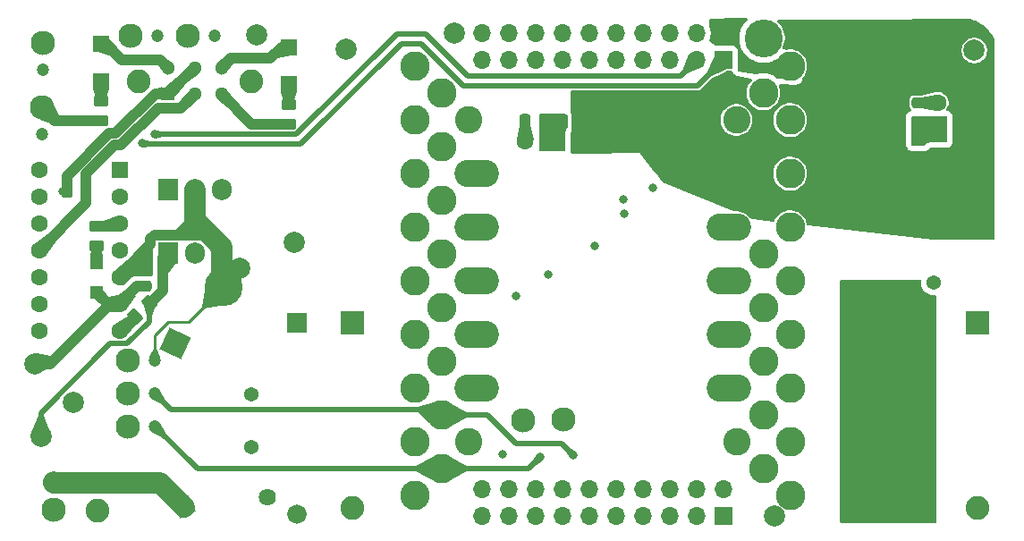
<source format=gtl>
%TF.GenerationSoftware,KiCad,Pcbnew,9.0.7*%
%TF.CreationDate,2026-02-20T12:59:28-06:00*%
%TF.ProjectId,Lab2_starter,4c616232-5f73-4746-9172-7465722e6b69,rev?*%
%TF.SameCoordinates,Original*%
%TF.FileFunction,Copper,L1,Top*%
%TF.FilePolarity,Positive*%
%FSLAX46Y46*%
G04 Gerber Fmt 4.6, Leading zero omitted, Abs format (unit mm)*
G04 Created by KiCad (PCBNEW 9.0.7) date 2026-02-20 12:59:28*
%MOMM*%
%LPD*%
G01*
G04 APERTURE LIST*
G04 Aperture macros list*
%AMRoundRect*
0 Rectangle with rounded corners*
0 $1 Rounding radius*
0 $2 $3 $4 $5 $6 $7 $8 $9 X,Y pos of 4 corners*
0 Add a 4 corners polygon primitive as box body*
4,1,4,$2,$3,$4,$5,$6,$7,$8,$9,$2,$3,0*
0 Add four circle primitives for the rounded corners*
1,1,$1+$1,$2,$3*
1,1,$1+$1,$4,$5*
1,1,$1+$1,$6,$7*
1,1,$1+$1,$8,$9*
0 Add four rect primitives between the rounded corners*
20,1,$1+$1,$2,$3,$4,$5,0*
20,1,$1+$1,$4,$5,$6,$7,0*
20,1,$1+$1,$6,$7,$8,$9,0*
20,1,$1+$1,$8,$9,$2,$3,0*%
%AMRotRect*
0 Rectangle, with rotation*
0 The origin of the aperture is its center*
0 $1 length*
0 $2 width*
0 $3 Rotation angle, in degrees counterclockwise*
0 Add horizontal line*
21,1,$1,$2,0,0,$3*%
G04 Aperture macros list end*
%TA.AperFunction,ComponentPad*%
%ADD10R,1.700000X1.700000*%
%TD*%
%TA.AperFunction,ComponentPad*%
%ADD11O,1.700000X1.700000*%
%TD*%
%TA.AperFunction,ComponentPad*%
%ADD12C,2.300000*%
%TD*%
%TA.AperFunction,ComponentPad*%
%ADD13C,1.200000*%
%TD*%
%TA.AperFunction,SMDPad,CuDef*%
%ADD14RoundRect,0.250000X0.450000X-0.262500X0.450000X0.262500X-0.450000X0.262500X-0.450000X-0.262500X0*%
%TD*%
%TA.AperFunction,ComponentPad*%
%ADD15C,3.600000*%
%TD*%
%TA.AperFunction,ComponentPad*%
%ADD16RotRect,1.625600X1.625600X25.000000*%
%TD*%
%TA.AperFunction,ComponentPad*%
%ADD17C,1.625600*%
%TD*%
%TA.AperFunction,SMDPad,CuDef*%
%ADD18RoundRect,0.250000X0.132583X-0.503814X0.503814X-0.132583X-0.132583X0.503814X-0.503814X0.132583X0*%
%TD*%
%TA.AperFunction,SMDPad,CuDef*%
%ADD19R,1.600000X1.500000*%
%TD*%
%TA.AperFunction,SMDPad,CuDef*%
%ADD20RoundRect,0.250000X-0.475000X0.250000X-0.475000X-0.250000X0.475000X-0.250000X0.475000X0.250000X0*%
%TD*%
%TA.AperFunction,ComponentPad*%
%ADD21R,1.828800X1.828800*%
%TD*%
%TA.AperFunction,ComponentPad*%
%ADD22C,1.828800*%
%TD*%
%TA.AperFunction,SMDPad,CuDef*%
%ADD23R,1.200000X1.200000*%
%TD*%
%TA.AperFunction,ComponentPad*%
%ADD24R,1.905000X2.000000*%
%TD*%
%TA.AperFunction,ComponentPad*%
%ADD25O,1.905000X2.000000*%
%TD*%
%TA.AperFunction,SMDPad,CuDef*%
%ADD26RoundRect,0.250000X0.475000X-0.250000X0.475000X0.250000X-0.475000X0.250000X-0.475000X-0.250000X0*%
%TD*%
%TA.AperFunction,ComponentPad*%
%ADD27R,2.250000X2.250000*%
%TD*%
%TA.AperFunction,ComponentPad*%
%ADD28C,2.250000*%
%TD*%
%TA.AperFunction,SMDPad,CuDef*%
%ADD29RoundRect,0.250000X-0.450000X0.262500X-0.450000X-0.262500X0.450000X-0.262500X0.450000X0.262500X0*%
%TD*%
%TA.AperFunction,SMDPad,CuDef*%
%ADD30RoundRect,0.250000X0.250000X0.475000X-0.250000X0.475000X-0.250000X-0.475000X0.250000X-0.475000X0*%
%TD*%
%TA.AperFunction,ComponentPad*%
%ADD31C,2.000000*%
%TD*%
%TA.AperFunction,SMDPad,CuDef*%
%ADD32RoundRect,0.250000X0.262500X0.450000X-0.262500X0.450000X-0.262500X-0.450000X0.262500X-0.450000X0*%
%TD*%
%TA.AperFunction,ComponentPad*%
%ADD33C,2.800000*%
%TD*%
%TA.AperFunction,ComponentPad*%
%ADD34C,2.600000*%
%TD*%
%TA.AperFunction,ComponentPad*%
%ADD35O,4.200000X2.600000*%
%TD*%
%TA.AperFunction,ComponentPad*%
%ADD36R,1.605000X1.605000*%
%TD*%
%TA.AperFunction,ComponentPad*%
%ADD37C,1.605000*%
%TD*%
%TA.AperFunction,SMDPad,CuDef*%
%ADD38RoundRect,0.250000X-0.250000X-0.475000X0.250000X-0.475000X0.250000X0.475000X-0.250000X0.475000X0*%
%TD*%
%TA.AperFunction,ComponentPad*%
%ADD39R,1.300000X1.300000*%
%TD*%
%TA.AperFunction,ComponentPad*%
%ADD40C,1.300000*%
%TD*%
%TA.AperFunction,ComponentPad*%
%ADD41C,1.371600*%
%TD*%
%TA.AperFunction,ComponentPad*%
%ADD42RoundRect,0.250000X0.550000X0.550000X-0.550000X0.550000X-0.550000X-0.550000X0.550000X-0.550000X0*%
%TD*%
%TA.AperFunction,ComponentPad*%
%ADD43C,1.600000*%
%TD*%
%TA.AperFunction,ComponentPad*%
%ADD44RotRect,2.250000X2.250000X245.000000*%
%TD*%
%TA.AperFunction,ViaPad*%
%ADD45C,0.800000*%
%TD*%
%TA.AperFunction,ViaPad*%
%ADD46C,2.300000*%
%TD*%
%TA.AperFunction,Conductor*%
%ADD47C,1.000000*%
%TD*%
%TA.AperFunction,Conductor*%
%ADD48C,2.000000*%
%TD*%
%TA.AperFunction,Conductor*%
%ADD49C,0.250000*%
%TD*%
%TA.AperFunction,Conductor*%
%ADD50C,0.500000*%
%TD*%
G04 APERTURE END LIST*
D10*
%TO.P,U3,80*%
%TO.N,C2000 D *%
X87524600Y-95351600D03*
D11*
%TO.P,U3,79*%
%TO.N,C2000 D'*%
X84984600Y-95351600D03*
%TO.P,U3,78*%
%TO.N,unconnected-(U3-Pad78)*%
X82444600Y-95351600D03*
%TO.P,U3,77*%
%TO.N,unconnected-(U3-Pad77)*%
X79904600Y-95351600D03*
%TO.P,U3,76*%
%TO.N,unconnected-(U3-Pad76)*%
X77364600Y-95351600D03*
%TO.P,U3,75*%
%TO.N,unconnected-(U3-Pad75)*%
X74824600Y-95351600D03*
%TO.P,U3,74*%
%TO.N,unconnected-(U3-Pad74)*%
X72284600Y-95351600D03*
%TO.P,U3,73*%
%TO.N,unconnected-(U3-Pad73)*%
X69744600Y-95351600D03*
%TO.P,U3,72*%
%TO.N,unconnected-(U3-Pad72)*%
X67204600Y-95351600D03*
%TO.P,U3,71*%
%TO.N,unconnected-(U3-Pad71)*%
X64664600Y-95351600D03*
%TO.P,U3,70*%
%TO.N,/ADCINA0*%
X64664600Y-135991600D03*
%TO.P,U3,69*%
%TO.N,/ADCINA12*%
X67204600Y-135991600D03*
%TO.P,U3,68*%
%TO.N,unconnected-(U3-Pad68)*%
X69744600Y-135991600D03*
%TO.P,U3,67*%
%TO.N,unconnected-(U3-Pad67)*%
X72284600Y-135991600D03*
%TO.P,U3,66*%
%TO.N,/ADCINA4*%
X74824600Y-135991600D03*
%TO.P,U3,65*%
%TO.N,unconnected-(U3-Pad65)*%
X77364600Y-135991600D03*
%TO.P,U3,64*%
%TO.N,unconnected-(U3-Pad64)*%
X79904600Y-135991600D03*
%TO.P,U3,63*%
%TO.N,unconnected-(U3-Pad63)*%
X82444600Y-135991600D03*
%TO.P,U3,62*%
%TO.N,GND*%
X84984600Y-135991600D03*
%TO.P,U3,61*%
%TO.N,unconnected-(U3-Pad61)*%
X87524600Y-135991600D03*
%TO.P,U3,60*%
%TO.N,GND*%
X87524600Y-92811600D03*
%TO.P,U3,59*%
%TO.N,unconnected-(U3-Pad59)*%
X84984600Y-92811600D03*
%TO.P,U3,58*%
%TO.N,unconnected-(U3-Pad58)*%
X82444600Y-92811600D03*
%TO.P,U3,57*%
%TO.N,unconnected-(U3-Pad57)*%
X79904600Y-92811600D03*
%TO.P,U3,56*%
%TO.N,unconnected-(U3-Pad56)*%
X77364600Y-92811600D03*
%TO.P,U3,55*%
%TO.N,unconnected-(U3-Pad55)*%
X74824600Y-92811600D03*
%TO.P,U3,54*%
%TO.N,unconnected-(U3-Pad54)*%
X72284600Y-92811600D03*
%TO.P,U3,53*%
%TO.N,unconnected-(U3-Pad53)*%
X69744600Y-92811600D03*
%TO.P,U3,52*%
%TO.N,unconnected-(U3-Pad52)*%
X67204600Y-92811600D03*
%TO.P,U3,51*%
%TO.N,unconnected-(U3-Pad51)*%
X64664600Y-92811600D03*
%TO.P,U3,50*%
%TO.N,unconnected-(U3-Pad50)*%
X64664600Y-138531600D03*
%TO.P,U3,49*%
%TO.N,unconnected-(U3-Pad49)*%
X67204600Y-138531600D03*
%TO.P,U3,48*%
%TO.N,unconnected-(U3-Pad48)*%
X69744600Y-138531600D03*
%TO.P,U3,47*%
%TO.N,unconnected-(U3-Pad47)*%
X72284600Y-138531600D03*
%TO.P,U3,46*%
%TO.N,unconnected-(U3-Pad46)*%
X74824600Y-138531600D03*
%TO.P,U3,45*%
%TO.N,unconnected-(U3-Pad45)*%
X77364600Y-138531600D03*
%TO.P,U3,44*%
%TO.N,unconnected-(U3-Pad44)*%
X79904600Y-138531600D03*
%TO.P,U3,43*%
%TO.N,unconnected-(U3-Pad43)*%
X82444600Y-138531600D03*
%TO.P,U3,42*%
%TO.N,unconnected-(U3-Pad42)*%
X84984600Y-138531600D03*
D10*
%TO.P,U3,41*%
%TO.N,+3.3V*%
X87524600Y-138531600D03*
%TD*%
D12*
%TO.P,Vout sens,1,Pin_1*%
%TO.N,GND*%
X36855400Y-93065600D03*
D13*
%TO.P,Vout sens,2,Pin_2*%
%TO.N,Vout_sens*%
X39395400Y-93065600D03*
%TD*%
D14*
%TO.P,R13,1*%
%TO.N,Net-(D2-A)*%
X28194000Y-112946205D03*
%TO.P,R13,2*%
%TO.N,+12V*%
X28194000Y-111121205D03*
%TD*%
D15*
%TO.P,J5,1,Pin_1*%
%TO.N,Vsw*%
X40208200Y-116865400D03*
%TD*%
D16*
%TO.P,RV1,1*%
%TO.N,Vout*%
X36525200Y-137668000D03*
D17*
%TO.P,RV1,2*%
%TO.N,GND*%
X44379054Y-136764133D03*
%TD*%
D18*
%TO.P,R4,1*%
%TO.N,Net-(U1-HO)*%
X31866765Y-119689340D03*
%TO.P,R4,2*%
%TO.N,D'*%
X33157235Y-118398870D03*
%TD*%
D19*
%TO.P,D3,1,K*%
%TO.N,Net-(D3-K)*%
X28594000Y-97362505D03*
%TO.P,D3,2,A*%
%TO.N,Net-(D3-A)*%
X28594000Y-93862505D03*
%TD*%
D12*
%TO.P,Vout,1,Pin_1*%
%TO.N,GND*%
X24104600Y-137947400D03*
D13*
%TO.P,Vout,2,Pin_2*%
%TO.N,Vout*%
X24104600Y-135407400D03*
%TD*%
D20*
%TO.P,C10,1*%
%TO.N,+3.3V*%
X106070400Y-99420600D03*
%TO.P,C10,2*%
%TO.N,GND*%
X106070400Y-101320600D03*
%TD*%
D21*
%TO.P,D1,1,K*%
%TO.N,Vout*%
X47167800Y-120294400D03*
D22*
%TO.P,D1,2,A*%
%TO.N,GND*%
X47167800Y-138353800D03*
%TD*%
D23*
%TO.P,D2,1,K*%
%TO.N,Vboot*%
X28200000Y-117366105D03*
%TO.P,D2,2,A*%
%TO.N,Net-(D2-A)*%
X28200000Y-114566105D03*
%TD*%
D24*
%TO.P,Q1,1,G*%
%TO.N,D*%
X34960000Y-107616105D03*
D25*
%TO.P,Q1,2,D*%
%TO.N,Vsw*%
X37500000Y-107616105D03*
%TO.P,Q1,3,S*%
%TO.N,GND*%
X40040000Y-107616105D03*
%TD*%
D26*
%TO.P,C7,1*%
%TO.N,Vin*%
X106070400Y-104810600D03*
%TO.P,C7,2*%
%TO.N,GND*%
X106070400Y-102910600D03*
%TD*%
D27*
%TO.P,J1,1,Pin_1*%
%TO.N,Vin_Unfused*%
X106324400Y-120282000D03*
D28*
X106324400Y-137782000D03*
%TD*%
D24*
%TO.P,Q2,1,G*%
%TO.N,D'*%
X34960000Y-113616105D03*
D25*
%TO.P,Q2,2,D*%
%TO.N,Vout*%
X37500000Y-113616105D03*
%TO.P,Q2,3,S*%
%TO.N,Vsw*%
X40040000Y-113616105D03*
%TD*%
D29*
%TO.P,R10,1*%
%TO.N,Net-(D3-K)*%
X28594000Y-99272005D03*
%TO.P,R10,2*%
%TO.N,GND*%
X28594000Y-101097005D03*
%TD*%
D30*
%TO.P,C13,1*%
%TO.N,Vin*%
X74168000Y-101231354D03*
%TO.P,C13,2*%
%TO.N,GND*%
X72268000Y-101231354D03*
%TD*%
D31*
%TO.P,GND,1,1*%
%TO.N,GND*%
X111277400Y-94462600D03*
%TD*%
D19*
%TO.P,D4,1,K*%
%TO.N,Net-(D4-K)*%
X46374000Y-97690505D03*
%TO.P,D4,2,A*%
%TO.N,Net-(D4-A)*%
X46374000Y-94190505D03*
%TD*%
D15*
%TO.P,J6,1,Pin_1*%
%TO.N,/L_in*%
X91338400Y-93319600D03*
%TD*%
D12*
%TO.P,I_L,1,Pin_1*%
%TO.N,GND*%
X31165800Y-130048000D03*
D13*
%TO.P,I_L,2,Pin_2*%
%TO.N,I_L*%
X33705800Y-130048000D03*
%TD*%
D12*
%TO.P,Vin_sens,1,Pin_1*%
%TO.N,GND*%
X31165800Y-126974600D03*
D13*
%TO.P,Vin_sens,2,Pin_2*%
%TO.N,Vin_sens*%
X33705800Y-126974600D03*
%TD*%
D12*
%TO.P,Vsw,1,Pin_1*%
%TO.N,GND*%
X31165799Y-123850400D03*
D13*
%TO.P,Vsw,2,Pin_2*%
%TO.N,Vsw*%
X33705801Y-123850400D03*
%TD*%
D32*
%TO.P,R12,1*%
%TO.N,SD*%
X27201500Y-107741105D03*
%TO.P,R12,2*%
%TO.N,+3.3V*%
X25376500Y-107741105D03*
%TD*%
D29*
%TO.P,R11,1*%
%TO.N,Net-(D4-K)*%
X46374000Y-99600005D03*
%TO.P,R11,2*%
%TO.N,GND*%
X46374000Y-101425005D03*
%TD*%
D33*
%TO.P,LB1,*%
%TO.N,GND*%
X58293000Y-136601200D03*
X93853000Y-136601200D03*
%TO.N,I_L*%
X60833000Y-134061200D03*
%TO.N,+3.3V*%
X91313000Y-134061200D03*
%TO.N,GND*%
X58293000Y-131521200D03*
D34*
X63373000Y-131521200D03*
%TO.N,+3.3V*%
X88773000Y-131521200D03*
D33*
%TO.N,GND*%
X93853000Y-131521200D03*
%TO.N,Vin_sens*%
X60833000Y-128981200D03*
%TO.N,GND*%
X91313000Y-128981200D03*
X58293000Y-126441200D03*
D35*
X64135000Y-126441200D03*
X88011000Y-126441200D03*
D33*
X93853000Y-126441200D03*
X60833000Y-123901200D03*
X91313000Y-123901200D03*
X58293000Y-121361200D03*
D35*
X64135000Y-121361200D03*
X88011000Y-121361200D03*
D33*
X93853000Y-121361200D03*
X60833000Y-118821200D03*
X91313000Y-118821200D03*
X58293000Y-116281200D03*
D35*
X64135000Y-116281200D03*
X88011000Y-116281200D03*
D33*
X93853000Y-116281200D03*
%TO.N,Vout_sens*%
X60833000Y-113741200D03*
%TO.N,+3.3V*%
X91313000Y-113741200D03*
%TO.N,GND*%
X58293000Y-111201200D03*
D35*
X64135000Y-111201200D03*
X88011000Y-111201200D03*
D33*
X93853000Y-111201200D03*
X60833000Y-108661200D03*
%TO.N,Vin*%
X91313000Y-108661200D03*
%TO.N,GND*%
X58293000Y-106121200D03*
D35*
X64135000Y-106121200D03*
%TO.N,Vin*%
X88011000Y-106121200D03*
D33*
%TO.N,GND*%
X93853000Y-106121200D03*
%TO.N,+12V*%
X60833000Y-103581200D03*
%TO.N,Vin*%
X91313000Y-103581200D03*
%TO.N,GND*%
X58293000Y-101041200D03*
D34*
%TO.N,+12V*%
X63373000Y-101041200D03*
%TO.N,/L_in*%
X88773000Y-101041200D03*
D33*
%TO.N,GND*%
X93853000Y-101041200D03*
%TO.N,+3.3V*%
X60833000Y-98501200D03*
%TO.N,/L_in*%
X91313000Y-98501200D03*
%TO.N,GND*%
X58293000Y-95961200D03*
X93853000Y-95961200D03*
%TD*%
D31*
%TO.P,Vin,1,1*%
%TO.N,Vin*%
X104851200Y-94411800D03*
%TD*%
D26*
%TO.P,C3,1*%
%TO.N,Vboot*%
X32700000Y-116819105D03*
%TO.P,C3,2*%
%TO.N,Vsw*%
X32700000Y-114919105D03*
%TD*%
D36*
%TO.P,PS1,1,VIN*%
%TO.N,Vin*%
X107845400Y-104495600D03*
D37*
%TO.P,PS1,2,GND*%
%TO.N,GND*%
X107845400Y-101955600D03*
%TO.P,PS1,3,VOUT*%
%TO.N,+3.3V*%
X107845400Y-99415600D03*
%TD*%
D38*
%TO.P,C17,1*%
%TO.N,+12V*%
X68712000Y-101231354D03*
%TO.P,C17,2*%
%TO.N,GND*%
X70612000Y-101231354D03*
%TD*%
D12*
%TO.P,D,1,Pin_1*%
%TO.N,GND*%
X31394398Y-93065600D03*
D13*
%TO.P,D,2,Pin_2*%
%TO.N,D*%
X33934400Y-93065600D03*
%TD*%
D31*
%TO.P,Vboot,1,1*%
%TO.N,Vboot*%
X22352000Y-124124105D03*
%TD*%
%TO.P,D',1,1*%
%TO.N,D'*%
X22910800Y-131013200D03*
%TD*%
%TO.P,GND,1,1*%
%TO.N,GND*%
X25958800Y-127787400D03*
%TD*%
D28*
%TO.P,SW1,*%
%TO.N,*%
X32150000Y-97352505D03*
X42850000Y-97352505D03*
D39*
%TO.P,SW1,1,A*%
%TO.N,+3.3V*%
X35000000Y-98552505D03*
D40*
%TO.P,SW1,2,B*%
%TO.N,SD*%
X37500000Y-98552505D03*
%TO.P,SW1,3,C*%
%TO.N,GND*%
X40000000Y-98552505D03*
%TO.P,SW1,4,C*%
%TO.N,Net-(D4-A)*%
X40000000Y-96152505D03*
%TO.P,SW1,5,B*%
%TO.N,+3.3V*%
X37500000Y-96152505D03*
%TO.P,SW1,6,A*%
%TO.N,Net-(D3-A)*%
X35000000Y-96152505D03*
%TD*%
D41*
%TO.P,C6,1*%
%TO.N,Vin*%
X107442000Y-111476150D03*
%TO.P,C6,2*%
%TO.N,GND*%
X107442000Y-116476150D03*
%TD*%
D31*
%TO.P,GND,1,1*%
%TO.N,GND*%
X92354400Y-138506200D03*
%TD*%
%TO.P,GND,1,1*%
%TO.N,N/C*%
X51816000Y-94310200D03*
%TD*%
D42*
%TO.P,U1,1,LO*%
%TO.N,Net-(U1-LO)*%
X30405000Y-105746105D03*
D43*
%TO.P,U1,2,COM*%
%TO.N,GND*%
X30405000Y-108286105D03*
%TO.P,U1,3,VCC*%
%TO.N,+12V*%
X30405000Y-110826105D03*
%TO.P,U1,4,NC*%
%TO.N,unconnected-(U1-NC-Pad4)*%
X30405000Y-113366105D03*
%TO.P,U1,5,VS*%
%TO.N,Vsw*%
X30405000Y-115906105D03*
%TO.P,U1,6,VB*%
%TO.N,Vboot*%
X30405000Y-118446105D03*
%TO.P,U1,7,HO*%
%TO.N,Net-(U1-HO)*%
X30405000Y-120986105D03*
%TO.P,U1,8,NC*%
%TO.N,unconnected-(U1-NC-Pad8)*%
X22785000Y-120986105D03*
%TO.P,U1,9,VDD*%
%TO.N,+3.3V*%
X22785000Y-118446105D03*
%TO.P,U1,10,HIN*%
%TO.N,C2000 D'*%
X22785000Y-115906105D03*
%TO.P,U1,11,SD*%
%TO.N,SD*%
X22785000Y-113366105D03*
%TO.P,U1,12,LIN*%
%TO.N,C2000 D *%
X22785000Y-110826105D03*
%TO.P,U1,13,VSS*%
%TO.N,GND*%
X22785000Y-108286105D03*
%TO.P,U1,14,NC*%
%TO.N,unconnected-(U1-NC-Pad14)*%
X22785000Y-105746105D03*
%TD*%
D31*
%TO.P,3V3,1,1*%
%TO.N,+3.3V*%
X43332400Y-93014800D03*
%TD*%
D28*
%TO.P,F1,1*%
%TO.N,Vin_Unfused*%
X101600000Y-117675200D03*
%TO.P,F1,2*%
%TO.N,Vin*%
X101600000Y-95075200D03*
%TD*%
D12*
%TO.P,C2D,1,Pin_1*%
%TO.N,GND*%
X22987000Y-99867105D03*
D13*
%TO.P,C2D,2,Pin_2*%
%TO.N,C2000 D *%
X22987000Y-102407105D03*
%TD*%
D31*
%TO.P,Vsw,1,1*%
%TO.N,Vsw*%
X41706800Y-115087400D03*
%TD*%
D27*
%TO.P,J3,1,Pin_1*%
%TO.N,Vout*%
X52400200Y-120269600D03*
D28*
X52400200Y-137769600D03*
%TD*%
D44*
%TO.P,J4,1,Pin_1*%
%TO.N,GND*%
X35676510Y-122194007D03*
D28*
X28280690Y-138054393D03*
%TD*%
D12*
%TO.P,C2D',1,Pin_1*%
%TO.N,GND*%
X23114000Y-93771105D03*
D13*
%TO.P,C2D',2,Pin_2*%
%TO.N,C2000 D'*%
X23114000Y-96311105D03*
%TD*%
D31*
%TO.P,GND,1,1*%
%TO.N,GND*%
X46939200Y-112598200D03*
%TD*%
%TO.P,12V,1,1*%
%TO.N,+12V*%
X62077600Y-92811600D03*
%TD*%
D41*
%TO.P,C16,1*%
%TO.N,Vout*%
X42875200Y-127046350D03*
%TO.P,C16,2*%
%TO.N,GND*%
X42875200Y-132046350D03*
%TD*%
D36*
%TO.P,PS2,1,VIN*%
%TO.N,Vin*%
X73846900Y-103095986D03*
D37*
%TO.P,PS2,2,GND*%
%TO.N,GND*%
X71306900Y-103095986D03*
%TO.P,PS2,3,VOUT*%
%TO.N,+12V*%
X68766900Y-103095986D03*
%TD*%
D31*
%TO.P,Vin_Unfused,1,1*%
%TO.N,Vin_Unfused*%
X99872800Y-137795000D03*
%TD*%
D27*
%TO.P,J2,1,Pin_1*%
%TO.N,GND*%
X111556800Y-120282000D03*
D28*
X111556800Y-137782000D03*
%TD*%
D45*
%TO.N,+3.3V*%
X24980000Y-107766505D03*
X80848200Y-107467400D03*
D46*
%TO.N,GND*%
X68605600Y-129489200D03*
X72390000Y-129362200D03*
D45*
X78181200Y-109931200D03*
X78079600Y-108585000D03*
%TO.N,C2000 D *%
X32486600Y-103251000D03*
%TO.N,C2000 D'*%
X33680400Y-102401000D03*
%TO.N,Vin_sens*%
X73342614Y-132810450D03*
X75361800Y-113004600D03*
%TO.N,Vout_sens*%
X67919600Y-117678200D03*
X66649600Y-132740400D03*
%TO.N,I_L*%
X70916800Y-115646200D03*
X70205600Y-132943600D03*
%TD*%
D47*
%TO.N,+3.3V*%
X29998095Y-102310505D02*
X29413168Y-102310505D01*
X35000000Y-98552505D02*
X33756095Y-98552505D01*
X29413168Y-102310505D02*
X25376500Y-106347173D01*
X107840400Y-99420600D02*
X107845400Y-99415600D01*
X25376500Y-106347173D02*
X25376500Y-107741105D01*
X33756095Y-98552505D02*
X29998095Y-102310505D01*
X37500000Y-96152505D02*
X37400000Y-96152505D01*
X37400000Y-96152505D02*
X35000000Y-98552505D01*
X106070400Y-99420600D02*
X107840400Y-99420600D01*
%TO.N,GND*%
X42872500Y-101425005D02*
X46374000Y-101425005D01*
X24216900Y-101097005D02*
X28594000Y-101097005D01*
X40000000Y-98552505D02*
X42872500Y-101425005D01*
X22987000Y-99867105D02*
X24216900Y-101097005D01*
%TO.N,Net-(D2-A)*%
X28200000Y-114566105D02*
X28200000Y-112952205D01*
X28200000Y-112952205D02*
X28194000Y-112946205D01*
%TO.N,Net-(U1-HO)*%
X30405000Y-120986105D02*
X30570000Y-120986105D01*
X30570000Y-120986105D02*
X31866765Y-119689340D01*
%TO.N,+12V*%
X30109900Y-111121205D02*
X30405000Y-110826105D01*
X28194000Y-111121205D02*
X30109900Y-111121205D01*
X68766900Y-101286254D02*
X68712000Y-101231354D01*
X68766900Y-103095986D02*
X68766900Y-101286254D01*
D48*
%TO.N,Vout*%
X24180800Y-135382000D02*
X34213800Y-135382000D01*
X36499800Y-137668000D02*
X36525200Y-137668000D01*
X34213800Y-135382000D02*
X36499800Y-137668000D01*
X24104600Y-135407400D02*
X24104600Y-135305800D01*
X24104600Y-135305800D02*
X24180800Y-135382000D01*
D47*
%TO.N,Net-(D3-A)*%
X28594000Y-93862505D02*
X29092505Y-93862505D01*
X29092505Y-93862505D02*
X30581600Y-95351600D01*
X34199095Y-95351600D02*
X35000000Y-96152505D01*
X30581600Y-95351600D02*
X34199095Y-95351600D01*
%TO.N,Net-(D3-K)*%
X28594000Y-97362505D02*
X28594000Y-99272005D01*
%TO.N,Net-(D4-A)*%
X46374000Y-94190505D02*
X45687295Y-94190505D01*
X44653200Y-95224600D02*
X40927905Y-95224600D01*
X45687295Y-94190505D02*
X44653200Y-95224600D01*
X40927905Y-95224600D02*
X40000000Y-96152505D01*
%TO.N,Net-(D4-K)*%
X46374000Y-97690505D02*
X46374000Y-99600005D01*
D48*
%TO.N,Vsw*%
X37500000Y-110523096D02*
X40040000Y-113063096D01*
D49*
X40208200Y-116865400D02*
X36906200Y-120167400D01*
X33705801Y-121411999D02*
X33705801Y-123850400D01*
D47*
X30691700Y-115403405D02*
X33274000Y-112821105D01*
X33672000Y-111915105D02*
X38892010Y-111915105D01*
D48*
X40040000Y-116697200D02*
X40208200Y-116865400D01*
D47*
X37786700Y-108308405D02*
X37786700Y-107321905D01*
X40040000Y-113063095D02*
X40040000Y-113616105D01*
X38892010Y-111915105D02*
X40040000Y-113063095D01*
D49*
X36906200Y-120167400D02*
X34950400Y-120167400D01*
D47*
X33274000Y-112313105D02*
X33672000Y-111915105D01*
X33274000Y-112821105D02*
X33274000Y-112313105D01*
D48*
X40040000Y-113616105D02*
X40040000Y-116697200D01*
X40040000Y-113063096D02*
X40040000Y-113616105D01*
D49*
X34950400Y-120167400D02*
X33705801Y-121411999D01*
D47*
X30691700Y-115611905D02*
X30691700Y-115403405D01*
D48*
X37500000Y-107616105D02*
X37500000Y-110523096D01*
D50*
%TO.N,C2000 D *%
X62890400Y-97790000D02*
X85086200Y-97790000D01*
X32486600Y-103251000D02*
X32588200Y-103352600D01*
X58902600Y-93802200D02*
X62890400Y-97790000D01*
X85086200Y-97790000D02*
X87524600Y-95351600D01*
X32588200Y-103352600D02*
X47523400Y-103352600D01*
X57073800Y-93802200D02*
X58902600Y-93802200D01*
X47523400Y-103352600D02*
X57073800Y-93802200D01*
%TO.N,D'*%
X31051895Y-122237105D02*
X29457071Y-122237105D01*
D47*
X34493200Y-114082905D02*
X34960000Y-113616105D01*
D50*
X33157235Y-120131765D02*
X31051895Y-122237105D01*
D47*
X34493200Y-117189905D02*
X34493200Y-114082905D01*
D50*
X29457071Y-122237105D02*
X22910800Y-128783376D01*
X33157235Y-118398870D02*
X33157235Y-120131765D01*
D47*
X33157235Y-118398870D02*
X33284235Y-118398870D01*
X33284235Y-118398870D02*
X34493200Y-117189905D01*
D50*
X22910800Y-128783376D02*
X22910800Y-131013200D01*
%TO.N,C2000 D'*%
X63322200Y-96875600D02*
X83460600Y-96875600D01*
X47108797Y-102401000D02*
X56596597Y-92913200D01*
X59359800Y-92913200D02*
X63322200Y-96875600D01*
X56596597Y-92913200D02*
X59359800Y-92913200D01*
X83460600Y-96875600D02*
X84984600Y-95351600D01*
X33680400Y-102401000D02*
X47108797Y-102401000D01*
D47*
%TO.N,Vboot*%
X30405000Y-118446105D02*
X29458095Y-118446105D01*
X23780095Y-124124105D02*
X22733000Y-124124105D01*
X30405000Y-118446105D02*
X29280000Y-118446105D01*
X29458095Y-118446105D02*
X23780095Y-124124105D01*
X29280000Y-118446105D02*
X28200000Y-117366105D01*
X30405000Y-118446105D02*
X32032000Y-116819105D01*
X32032000Y-116819105D02*
X32700000Y-116819105D01*
D50*
%TO.N,Vin_sens*%
X72231164Y-131699000D02*
X67894200Y-131699000D01*
X35179000Y-128447800D02*
X33705800Y-126974600D01*
X60299600Y-128447800D02*
X35179000Y-128447800D01*
X60833000Y-128981200D02*
X60299600Y-128447800D01*
X73342614Y-132810450D02*
X72231164Y-131699000D01*
X65176400Y-128981200D02*
X60833000Y-128981200D01*
X67894200Y-131699000D02*
X65176400Y-128981200D01*
%TO.N,I_L*%
X69088000Y-134061200D02*
X60833000Y-134061200D01*
X60833000Y-134061200D02*
X37719000Y-134061200D01*
X70205600Y-132943600D02*
X69088000Y-134061200D01*
X37719000Y-134061200D02*
X33705800Y-130048000D01*
D47*
%TO.N,SD*%
X34000327Y-99903505D02*
X30465327Y-103438505D01*
X36149000Y-99903505D02*
X37500000Y-98552505D01*
X27201500Y-108949605D02*
X27201500Y-107741105D01*
X22785000Y-113366105D02*
X27201500Y-108949605D01*
X27201500Y-106117405D02*
X27201500Y-107741105D01*
X34000327Y-99903505D02*
X36149000Y-99903505D01*
X29880400Y-103438505D02*
X27201500Y-106117405D01*
X30465327Y-103438505D02*
X29880400Y-103438505D01*
%TO.N,Vin*%
X74168000Y-101231354D02*
X74168000Y-102774886D01*
X74168000Y-102774886D02*
X73846900Y-103095986D01*
%TD*%
%TA.AperFunction,Conductor*%
%TO.N,GND*%
G36*
X88964706Y-91364425D02*
G01*
X89712881Y-91398050D01*
X89778967Y-91420725D01*
X89822305Y-91475530D01*
X89829134Y-91545065D01*
X89797285Y-91607253D01*
X89794993Y-91609606D01*
X89605085Y-91799514D01*
X89605079Y-91799521D01*
X89421499Y-92038768D01*
X89270718Y-92299928D01*
X89270714Y-92299938D01*
X89155313Y-92578539D01*
X89077261Y-92869833D01*
X89037901Y-93168806D01*
X89037900Y-93168823D01*
X89037900Y-93470376D01*
X89037901Y-93470393D01*
X89077261Y-93769366D01*
X89155313Y-94060660D01*
X89270714Y-94339261D01*
X89270718Y-94339271D01*
X89421499Y-94600431D01*
X89605079Y-94839678D01*
X89605085Y-94839685D01*
X89818314Y-95052914D01*
X89818321Y-95052920D01*
X90057568Y-95236500D01*
X90318728Y-95387281D01*
X90318729Y-95387281D01*
X90318732Y-95387283D01*
X90489185Y-95457887D01*
X90597339Y-95502686D01*
X90597340Y-95502686D01*
X90597342Y-95502687D01*
X90888632Y-95580738D01*
X91187617Y-95620100D01*
X91187624Y-95620100D01*
X91489176Y-95620100D01*
X91489183Y-95620100D01*
X91788168Y-95580738D01*
X92079458Y-95502687D01*
X92358068Y-95387283D01*
X92619232Y-95236500D01*
X92858480Y-95052919D01*
X93037390Y-94874009D01*
X93098713Y-94840524D01*
X93168404Y-94845508D01*
X93224338Y-94887379D01*
X93231939Y-94898799D01*
X94477457Y-97015241D01*
X94494493Y-97083002D01*
X94472191Y-97149216D01*
X94417631Y-97192862D01*
X94368523Y-97202115D01*
X93075951Y-97180572D01*
X93055413Y-97178511D01*
X92629815Y-97099608D01*
X92572092Y-97071608D01*
X92571997Y-97071733D01*
X92571389Y-97071266D01*
X92570658Y-97070912D01*
X92568776Y-97069261D01*
X92371126Y-96917600D01*
X92155376Y-96793037D01*
X92155361Y-96793030D01*
X91925207Y-96697698D01*
X91684561Y-96633217D01*
X91437575Y-96600701D01*
X91437570Y-96600700D01*
X91437565Y-96600700D01*
X91188435Y-96600700D01*
X91188429Y-96600700D01*
X91188424Y-96600701D01*
X90941438Y-96633217D01*
X90895986Y-96645396D01*
X90700793Y-96697698D01*
X90700791Y-96697698D01*
X90700790Y-96697699D01*
X90660873Y-96714232D01*
X90591403Y-96721698D01*
X90590820Y-96721591D01*
X88971829Y-96421442D01*
X88909501Y-96389867D01*
X88874139Y-96329608D01*
X88871144Y-96286265D01*
X88875100Y-96249473D01*
X88875099Y-94453728D01*
X88868691Y-94394117D01*
X88818396Y-94259269D01*
X88818395Y-94259268D01*
X88818393Y-94259264D01*
X88732147Y-94144055D01*
X88732144Y-94144052D01*
X88616935Y-94057806D01*
X88616928Y-94057802D01*
X88482082Y-94007508D01*
X88482083Y-94007508D01*
X88422483Y-94001101D01*
X88422481Y-94001100D01*
X88422473Y-94001100D01*
X88422465Y-94001100D01*
X86853781Y-94001100D01*
X86787209Y-93981714D01*
X86216004Y-93618221D01*
X86208892Y-93610088D01*
X86199174Y-93605368D01*
X86186296Y-93584245D01*
X86170013Y-93565622D01*
X86167469Y-93553362D01*
X86162804Y-93545710D01*
X86158611Y-93510671D01*
X86158651Y-93509016D01*
X86172129Y-93455673D01*
X86236157Y-93330012D01*
X86301846Y-93127843D01*
X86335100Y-92917887D01*
X86335100Y-92705313D01*
X86301846Y-92495357D01*
X86236157Y-92293188D01*
X86204357Y-92230778D01*
X86190880Y-92171502D01*
X86205646Y-91558698D01*
X86226939Y-91492156D01*
X86280830Y-91447686D01*
X86326116Y-91437738D01*
X88928614Y-91364425D01*
X88931312Y-91364349D01*
X88934804Y-91364300D01*
X88959139Y-91364300D01*
X88964706Y-91364425D01*
G37*
%TD.AperFunction*%
%TD*%
%TA.AperFunction,Conductor*%
%TO.N,Vsw*%
G36*
X36643817Y-110569801D02*
G01*
X36655938Y-110575074D01*
X37777454Y-111135832D01*
X37828613Y-111183419D01*
X37846000Y-111246741D01*
X37846000Y-112101928D01*
X37826315Y-112168967D01*
X37773511Y-112214722D01*
X37722000Y-112225928D01*
X34647849Y-112225928D01*
X34580810Y-112206243D01*
X34535055Y-112153439D01*
X34525111Y-112084281D01*
X34554136Y-112020725D01*
X34596537Y-111989043D01*
X35560000Y-111551105D01*
X36512803Y-110598302D01*
X36574126Y-110564817D01*
X36643817Y-110569801D01*
G37*
%TD.AperFunction*%
%TD*%
%TA.AperFunction,Conductor*%
%TO.N,GND*%
G36*
X72587039Y-100489039D02*
G01*
X72632794Y-100541843D01*
X72644000Y-100593354D01*
X72644000Y-101951913D01*
X72624315Y-102018952D01*
X72619267Y-102026223D01*
X72600606Y-102051150D01*
X72600602Y-102051157D01*
X72550308Y-102186003D01*
X72543901Y-102245602D01*
X72543900Y-102245621D01*
X72543901Y-103901354D01*
X72524216Y-103968393D01*
X72471413Y-104014148D01*
X72419901Y-104025354D01*
X70228000Y-104025354D01*
X70160961Y-104005669D01*
X70115206Y-103952865D01*
X70104000Y-103901354D01*
X70104000Y-100593354D01*
X70123685Y-100526315D01*
X70176489Y-100480560D01*
X70228000Y-100469354D01*
X72520000Y-100469354D01*
X72587039Y-100489039D01*
G37*
%TD.AperFunction*%
%TD*%
%TA.AperFunction,Conductor*%
%TO.N,GND*%
G36*
X107525666Y-100686857D02*
G01*
X107530369Y-100686856D01*
X107533558Y-100687313D01*
X107579766Y-100696409D01*
X107632558Y-100703934D01*
X107644834Y-100703270D01*
X107656930Y-100705005D01*
X107658727Y-100705276D01*
X107742848Y-100718600D01*
X107742852Y-100718600D01*
X107947953Y-100718600D01*
X108146663Y-100687127D01*
X108166061Y-100685600D01*
X108616400Y-100685600D01*
X108683439Y-100705285D01*
X108729194Y-100758089D01*
X108740400Y-100809600D01*
X108740400Y-103068600D01*
X108720715Y-103135639D01*
X108667911Y-103181394D01*
X108616400Y-103192600D01*
X106995029Y-103192600D01*
X106995023Y-103192601D01*
X106935416Y-103199008D01*
X106800571Y-103249302D01*
X106800564Y-103249306D01*
X106685356Y-103335552D01*
X106685355Y-103335553D01*
X106685354Y-103335554D01*
X106614717Y-103429912D01*
X106558785Y-103471782D01*
X106515452Y-103479600D01*
X105435400Y-103479600D01*
X105368361Y-103459915D01*
X105322606Y-103407111D01*
X105311400Y-103355600D01*
X105311400Y-100809600D01*
X105331085Y-100742561D01*
X105383889Y-100696806D01*
X105435400Y-100685600D01*
X107512767Y-100685600D01*
X107525666Y-100686857D01*
G37*
%TD.AperFunction*%
%TD*%
%TA.AperFunction,Conductor*%
%TO.N,Vsw*%
G36*
X33437820Y-112820994D02*
G01*
X33489250Y-112868288D01*
X33507000Y-112932218D01*
X33507000Y-113469477D01*
X33505613Y-113487970D01*
X33501922Y-113512442D01*
X33501921Y-113512451D01*
X33498950Y-113941568D01*
X33496571Y-113964895D01*
X33492700Y-113984357D01*
X33492700Y-114844200D01*
X33492697Y-114845058D01*
X33487794Y-115553417D01*
X33490679Y-115610951D01*
X33491307Y-115615103D01*
X33492700Y-115633635D01*
X33492700Y-115712028D01*
X33473015Y-115779067D01*
X33420211Y-115824822D01*
X33351053Y-115834766D01*
X33329708Y-115829738D01*
X33327800Y-115829106D01*
X33327803Y-115829106D01*
X33225016Y-115818605D01*
X33225009Y-115818605D01*
X32798543Y-115818605D01*
X32798541Y-115818605D01*
X32130540Y-115818605D01*
X31933459Y-115818605D01*
X31933456Y-115818605D01*
X31740171Y-115857051D01*
X31740167Y-115857053D01*
X31740165Y-115857053D01*
X31740164Y-115857054D01*
X31664745Y-115888293D01*
X31664743Y-115888294D01*
X31558089Y-115932471D01*
X31558079Y-115932476D01*
X31394218Y-116041965D01*
X31394214Y-116041968D01*
X30879701Y-116556481D01*
X30860878Y-116571924D01*
X30672858Y-116697468D01*
X30606174Y-116718325D01*
X30538799Y-116699819D01*
X30492126Y-116647825D01*
X30480000Y-116594344D01*
X30480000Y-115285467D01*
X30499685Y-115218428D01*
X30516319Y-115197786D01*
X30980603Y-114733501D01*
X30989863Y-114725131D01*
X33304602Y-112836147D01*
X33368985Y-112809013D01*
X33437820Y-112820994D01*
G37*
%TD.AperFunction*%
%TD*%
%TA.AperFunction,Conductor*%
%TO.N,Vin*%
G36*
X108613400Y-105384600D02*
G01*
X105311400Y-105384600D01*
X105311400Y-103967271D01*
X105435400Y-103985100D01*
X105435403Y-103985100D01*
X106515456Y-103985100D01*
X106605194Y-103977069D01*
X106605195Y-103977068D01*
X106605204Y-103977068D01*
X106629660Y-103972655D01*
X106648529Y-103969252D01*
X106648534Y-103969250D01*
X106648537Y-103969250D01*
X106735438Y-103945410D01*
X106861719Y-103876456D01*
X106917651Y-103834586D01*
X106964327Y-103787909D01*
X106975769Y-103777798D01*
X106981123Y-103773624D01*
X107014056Y-103753312D01*
X107038357Y-103729010D01*
X107044398Y-103724302D01*
X107070057Y-103714156D01*
X107094273Y-103700934D01*
X107106946Y-103699571D01*
X107109373Y-103698612D01*
X107111665Y-103699063D01*
X107120631Y-103698100D01*
X108613400Y-103698100D01*
X108613400Y-105384600D01*
G37*
%TD.AperFunction*%
%TD*%
%TA.AperFunction,Conductor*%
%TO.N,Vin*%
G36*
X110758742Y-91446928D02*
G01*
X111010290Y-91509936D01*
X111018449Y-91512280D01*
X111048363Y-91522000D01*
X111064949Y-91527389D01*
X111068405Y-91528568D01*
X111341762Y-91626375D01*
X111350422Y-91629847D01*
X111376533Y-91641472D01*
X111379115Y-91642657D01*
X111658727Y-91774902D01*
X111669459Y-91780638D01*
X111953582Y-91950933D01*
X111963700Y-91957694D01*
X112061208Y-92030010D01*
X112229758Y-92155014D01*
X112239161Y-92162731D01*
X112484592Y-92385175D01*
X112493197Y-92393779D01*
X112715652Y-92639219D01*
X112723372Y-92648626D01*
X112920696Y-92914685D01*
X112927456Y-92924803D01*
X113097745Y-93208910D01*
X113103481Y-93219642D01*
X113195894Y-93415031D01*
X113207800Y-93468048D01*
X113207800Y-112296400D01*
X113188115Y-112363439D01*
X113135311Y-112409194D01*
X113083800Y-112420400D01*
X107372972Y-112420400D01*
X107358675Y-112419573D01*
X95540904Y-111047866D01*
X95476581Y-111020583D01*
X95437220Y-110962856D01*
X95432728Y-110944091D01*
X95414090Y-110826415D01*
X95336241Y-110586821D01*
X95336239Y-110586818D01*
X95336239Y-110586816D01*
X95294747Y-110505384D01*
X95221870Y-110362355D01*
X95202952Y-110336317D01*
X95073798Y-110158550D01*
X95073794Y-110158545D01*
X94895654Y-109980405D01*
X94895649Y-109980401D01*
X94691848Y-109832332D01*
X94691847Y-109832331D01*
X94691845Y-109832330D01*
X94621747Y-109796613D01*
X94467383Y-109717960D01*
X94227785Y-109640110D01*
X93978962Y-109600700D01*
X93727038Y-109600700D01*
X93602626Y-109620405D01*
X93478214Y-109640110D01*
X93238616Y-109717960D01*
X93014151Y-109832332D01*
X92810350Y-109980401D01*
X92810345Y-109980405D01*
X92632205Y-110158545D01*
X92632201Y-110158550D01*
X92484132Y-110362351D01*
X92369757Y-110586824D01*
X92368850Y-110589014D01*
X92368283Y-110589717D01*
X92367547Y-110591162D01*
X92367243Y-110591007D01*
X92325005Y-110643414D01*
X92258709Y-110665474D01*
X92239995Y-110664726D01*
X90313669Y-110441134D01*
X90281442Y-110432902D01*
X90067985Y-110346502D01*
X90014192Y-110304447D01*
X89955521Y-110223696D01*
X89955517Y-110223690D01*
X89788510Y-110056683D01*
X89597433Y-109917857D01*
X89386996Y-109810633D01*
X89162368Y-109737646D01*
X88929097Y-109700700D01*
X88929092Y-109700700D01*
X88496614Y-109700700D01*
X88450090Y-109691641D01*
X81794212Y-106997595D01*
X81741977Y-106957638D01*
X81064499Y-106065350D01*
X81011266Y-105995238D01*
X92252500Y-105995238D01*
X92252500Y-106247161D01*
X92291910Y-106495985D01*
X92369760Y-106735583D01*
X92484132Y-106960048D01*
X92632201Y-107163849D01*
X92632205Y-107163854D01*
X92810345Y-107341994D01*
X92810350Y-107341998D01*
X92874139Y-107388343D01*
X93014155Y-107490070D01*
X93124821Y-107546457D01*
X93238616Y-107604439D01*
X93238618Y-107604439D01*
X93238621Y-107604441D01*
X93478215Y-107682290D01*
X93727038Y-107721700D01*
X93727039Y-107721700D01*
X93978961Y-107721700D01*
X93978962Y-107721700D01*
X94227785Y-107682290D01*
X94467379Y-107604441D01*
X94691845Y-107490070D01*
X94895656Y-107341993D01*
X95073793Y-107163856D01*
X95221870Y-106960045D01*
X95336241Y-106735579D01*
X95414090Y-106495985D01*
X95453500Y-106247162D01*
X95453500Y-105995238D01*
X95414090Y-105746415D01*
X95336241Y-105506821D01*
X95336239Y-105506818D01*
X95336239Y-105506816D01*
X95294747Y-105425384D01*
X95221870Y-105282355D01*
X95202952Y-105256317D01*
X95073798Y-105078550D01*
X95073794Y-105078545D01*
X94895654Y-104900405D01*
X94895649Y-104900401D01*
X94691848Y-104752332D01*
X94691847Y-104752331D01*
X94691845Y-104752330D01*
X94621747Y-104716613D01*
X94467383Y-104637960D01*
X94227785Y-104560110D01*
X93978962Y-104520700D01*
X93727038Y-104520700D01*
X93602626Y-104540405D01*
X93478214Y-104560110D01*
X93238616Y-104637960D01*
X93014151Y-104752332D01*
X92810350Y-104900401D01*
X92810345Y-104900405D01*
X92632205Y-105078545D01*
X92632201Y-105078550D01*
X92484132Y-105282351D01*
X92369760Y-105506816D01*
X92291910Y-105746414D01*
X92252500Y-105995238D01*
X81011266Y-105995238D01*
X79705293Y-104275176D01*
X79680431Y-104209879D01*
X79680054Y-104199444D01*
X79680063Y-104197993D01*
X79699831Y-100923102D01*
X87272500Y-100923102D01*
X87272500Y-101159297D01*
X87309446Y-101392568D01*
X87382433Y-101617196D01*
X87489657Y-101827633D01*
X87628483Y-102018710D01*
X87795490Y-102185717D01*
X87986567Y-102324543D01*
X88085991Y-102375202D01*
X88197003Y-102431766D01*
X88197005Y-102431766D01*
X88197008Y-102431768D01*
X88317412Y-102470889D01*
X88421631Y-102504753D01*
X88654903Y-102541700D01*
X88654908Y-102541700D01*
X88891097Y-102541700D01*
X89124368Y-102504753D01*
X89348992Y-102431768D01*
X89559433Y-102324543D01*
X89750510Y-102185717D01*
X89917517Y-102018710D01*
X90056343Y-101827633D01*
X90163568Y-101617192D01*
X90236553Y-101392568D01*
X90272254Y-101167161D01*
X90273500Y-101159297D01*
X90273500Y-100923102D01*
X90272254Y-100915238D01*
X92252500Y-100915238D01*
X92252500Y-101167161D01*
X92291910Y-101415985D01*
X92369760Y-101655583D01*
X92484132Y-101880048D01*
X92632201Y-102083849D01*
X92632205Y-102083854D01*
X92810345Y-102261994D01*
X92810350Y-102261998D01*
X92988117Y-102391152D01*
X93014155Y-102410070D01*
X93157184Y-102482947D01*
X93238616Y-102524439D01*
X93238618Y-102524439D01*
X93238621Y-102524441D01*
X93478215Y-102602290D01*
X93727038Y-102641700D01*
X93727039Y-102641700D01*
X93978961Y-102641700D01*
X93978962Y-102641700D01*
X94227785Y-102602290D01*
X94467379Y-102524441D01*
X94691845Y-102410070D01*
X94895656Y-102261993D01*
X95073793Y-102083856D01*
X95221870Y-101880045D01*
X95336241Y-101655579D01*
X95414090Y-101415985D01*
X95453500Y-101167162D01*
X95453500Y-100915238D01*
X95436768Y-100809600D01*
X104805900Y-100809600D01*
X104805900Y-103355600D01*
X104805901Y-103355609D01*
X104817452Y-103463050D01*
X104817454Y-103463062D01*
X104828660Y-103514572D01*
X104862783Y-103617097D01*
X104862786Y-103617103D01*
X104940571Y-103738137D01*
X104940579Y-103738148D01*
X104986323Y-103790940D01*
X104986326Y-103790943D01*
X104986330Y-103790947D01*
X105095064Y-103885167D01*
X105225941Y-103944938D01*
X105292980Y-103964623D01*
X105292984Y-103964624D01*
X105311400Y-103967271D01*
X105311400Y-105384600D01*
X108613400Y-105384600D01*
X108613400Y-103698100D01*
X108616390Y-103698100D01*
X108616400Y-103698100D01*
X108723856Y-103686547D01*
X108775367Y-103675341D01*
X108809597Y-103663947D01*
X108877897Y-103641216D01*
X108877901Y-103641213D01*
X108877904Y-103641213D01*
X108998943Y-103563425D01*
X109051747Y-103517670D01*
X109145967Y-103408936D01*
X109205738Y-103278059D01*
X109225423Y-103211020D01*
X109225424Y-103211016D01*
X109245900Y-103068600D01*
X109245900Y-100809600D01*
X109234347Y-100702144D01*
X109223141Y-100650633D01*
X109223037Y-100650322D01*
X109189016Y-100548102D01*
X109189013Y-100548096D01*
X109111228Y-100427062D01*
X109111225Y-100427057D01*
X109111016Y-100426816D01*
X109065476Y-100374259D01*
X109065472Y-100374256D01*
X109065470Y-100374253D01*
X108956736Y-100280033D01*
X108956733Y-100280031D01*
X108956731Y-100280030D01*
X108825865Y-100220264D01*
X108825860Y-100220262D01*
X108825859Y-100220262D01*
X108766592Y-100202859D01*
X108758814Y-100200575D01*
X108758811Y-100200574D01*
X108742276Y-100198197D01*
X108678721Y-100169171D01*
X108640948Y-100110392D01*
X108640950Y-100040522D01*
X108656820Y-100006576D01*
X108734247Y-99890699D01*
X108809855Y-99708164D01*
X108839733Y-99557959D01*
X108848400Y-99514389D01*
X108848400Y-99316810D01*
X108809856Y-99123041D01*
X108809855Y-99123040D01*
X108809855Y-99123036D01*
X108741379Y-98957719D01*
X108734250Y-98940507D01*
X108734243Y-98940494D01*
X108624481Y-98776225D01*
X108624478Y-98776221D01*
X108484778Y-98636521D01*
X108484774Y-98636518D01*
X108320505Y-98526756D01*
X108320492Y-98526749D01*
X108137968Y-98451146D01*
X108137958Y-98451143D01*
X107944189Y-98412600D01*
X107944187Y-98412600D01*
X107746613Y-98412600D01*
X107673935Y-98427056D01*
X107650338Y-98429437D01*
X107636298Y-98429503D01*
X106222814Y-98717602D01*
X106198049Y-98720100D01*
X105541130Y-98720100D01*
X105510700Y-98722953D01*
X105510698Y-98722953D01*
X105382519Y-98767806D01*
X105382517Y-98767807D01*
X105273250Y-98848450D01*
X105192607Y-98957717D01*
X105192606Y-98957719D01*
X105147753Y-99085898D01*
X105147753Y-99085900D01*
X105144900Y-99116330D01*
X105144900Y-99724869D01*
X105147753Y-99755299D01*
X105147753Y-99755301D01*
X105187914Y-99870070D01*
X105192607Y-99883482D01*
X105273250Y-99992750D01*
X105278123Y-99996346D01*
X105320373Y-100051994D01*
X105325832Y-100121650D01*
X105292764Y-100183199D01*
X105243649Y-100213770D01*
X105173900Y-100236984D01*
X105173896Y-100236986D01*
X105052862Y-100314771D01*
X105052851Y-100314779D01*
X105000059Y-100360523D01*
X104905833Y-100469264D01*
X104905830Y-100469268D01*
X104846064Y-100600134D01*
X104826376Y-100667182D01*
X104821349Y-100702149D01*
X104805900Y-100809600D01*
X95436768Y-100809600D01*
X95414090Y-100666415D01*
X95336241Y-100426821D01*
X95336239Y-100426818D01*
X95336239Y-100426816D01*
X95279149Y-100314771D01*
X95221870Y-100202355D01*
X95162835Y-100121100D01*
X95073798Y-99998550D01*
X95073794Y-99998545D01*
X94895654Y-99820405D01*
X94895649Y-99820401D01*
X94691848Y-99672332D01*
X94691847Y-99672331D01*
X94691845Y-99672330D01*
X94621747Y-99636613D01*
X94467383Y-99557960D01*
X94227785Y-99480110D01*
X93978962Y-99440700D01*
X93727038Y-99440700D01*
X93602626Y-99460405D01*
X93478214Y-99480110D01*
X93238616Y-99557960D01*
X93014151Y-99672332D01*
X92810350Y-99820401D01*
X92810345Y-99820405D01*
X92632205Y-99998545D01*
X92632201Y-99998550D01*
X92484132Y-100202351D01*
X92369760Y-100426816D01*
X92291910Y-100666414D01*
X92252500Y-100915238D01*
X90272254Y-100915238D01*
X90236553Y-100689831D01*
X90163566Y-100465203D01*
X90107002Y-100354191D01*
X90056343Y-100254767D01*
X89917517Y-100063690D01*
X89750510Y-99896683D01*
X89559433Y-99757857D01*
X89554413Y-99755299D01*
X89348996Y-99650633D01*
X89124368Y-99577646D01*
X88891097Y-99540700D01*
X88891092Y-99540700D01*
X88654908Y-99540700D01*
X88654903Y-99540700D01*
X88421631Y-99577646D01*
X88197003Y-99650633D01*
X87986566Y-99757857D01*
X87877550Y-99837062D01*
X87795490Y-99896683D01*
X87795488Y-99896685D01*
X87795487Y-99896685D01*
X87628485Y-100063687D01*
X87628485Y-100063688D01*
X87628483Y-100063690D01*
X87568862Y-100145750D01*
X87489657Y-100254766D01*
X87382433Y-100465203D01*
X87309446Y-100689831D01*
X87272500Y-100923102D01*
X79699831Y-100923102D01*
X79716024Y-98240500D01*
X85145508Y-98240500D01*
X85145509Y-98240500D01*
X85235873Y-98216286D01*
X85260087Y-98209799D01*
X85362814Y-98150489D01*
X86342186Y-97171115D01*
X86376361Y-97146935D01*
X87657919Y-96534018D01*
X87908375Y-96414235D01*
X87961875Y-96402100D01*
X88279963Y-96402100D01*
X88347002Y-96421785D01*
X88392757Y-96474589D01*
X88394751Y-96479199D01*
X88438164Y-96585452D01*
X88473526Y-96645711D01*
X88473528Y-96645714D01*
X88563269Y-96758179D01*
X88681059Y-96840804D01*
X88681061Y-96840805D01*
X88743382Y-96872377D01*
X88743385Y-96872378D01*
X88743387Y-96872379D01*
X88879683Y-96918473D01*
X90126457Y-97149615D01*
X90188783Y-97181189D01*
X90224146Y-97241448D01*
X90221317Y-97311261D01*
X90191534Y-97359217D01*
X90092200Y-97458551D01*
X89944132Y-97662351D01*
X89829760Y-97886816D01*
X89751910Y-98126414D01*
X89712500Y-98375238D01*
X89712500Y-98627162D01*
X89747549Y-98848450D01*
X89751910Y-98875985D01*
X89829760Y-99115583D01*
X89908413Y-99269947D01*
X89932291Y-99316810D01*
X89944132Y-99340048D01*
X90092201Y-99543849D01*
X90092205Y-99543854D01*
X90270345Y-99721994D01*
X90270350Y-99721998D01*
X90448117Y-99851152D01*
X90474155Y-99870070D01*
X90617184Y-99942947D01*
X90698616Y-99984439D01*
X90698618Y-99984439D01*
X90698621Y-99984441D01*
X90938215Y-100062290D01*
X91187038Y-100101700D01*
X91187039Y-100101700D01*
X91438961Y-100101700D01*
X91438962Y-100101700D01*
X91687785Y-100062290D01*
X91927379Y-99984441D01*
X92151845Y-99870070D01*
X92355656Y-99721993D01*
X92533793Y-99543856D01*
X92681870Y-99340045D01*
X92796241Y-99115579D01*
X92874090Y-98875985D01*
X92913500Y-98627162D01*
X92913500Y-98375238D01*
X92874090Y-98126415D01*
X92796241Y-97886821D01*
X92796238Y-97886817D01*
X92796238Y-97886814D01*
X92774098Y-97843363D01*
X92761201Y-97774694D01*
X92787477Y-97709953D01*
X92844582Y-97669696D01*
X92907186Y-97665145D01*
X92921654Y-97667827D01*
X92963267Y-97675542D01*
X93004939Y-97681485D01*
X93025477Y-97683546D01*
X93057908Y-97685440D01*
X93067524Y-97686002D01*
X93129075Y-97687027D01*
X94360099Y-97707545D01*
X94462123Y-97698874D01*
X94511231Y-97689621D01*
X94609404Y-97660573D01*
X94733406Y-97587598D01*
X94787966Y-97543952D01*
X94886383Y-97439000D01*
X94951247Y-97310570D01*
X94973549Y-97244356D01*
X94998216Y-97110389D01*
X95029715Y-97048024D01*
X95032486Y-97045163D01*
X95073788Y-97003861D01*
X95073788Y-97003860D01*
X95073793Y-97003856D01*
X95221870Y-96800045D01*
X95336241Y-96575579D01*
X95414090Y-96335985D01*
X95453500Y-96087162D01*
X95453500Y-95835238D01*
X95414090Y-95586415D01*
X95336241Y-95346821D01*
X95336239Y-95346818D01*
X95336239Y-95346816D01*
X95285958Y-95248135D01*
X95221870Y-95122355D01*
X95179945Y-95064650D01*
X95073798Y-94918550D01*
X95073794Y-94918545D01*
X94895654Y-94740405D01*
X94895649Y-94740401D01*
X94691848Y-94592332D01*
X94691847Y-94592331D01*
X94691845Y-94592330D01*
X94621747Y-94556613D01*
X94467383Y-94477960D01*
X94227785Y-94400110D01*
X94222551Y-94399281D01*
X94025765Y-94368113D01*
X110076900Y-94368113D01*
X110076900Y-94557086D01*
X110106459Y-94743718D01*
X110164854Y-94923436D01*
X110226887Y-95045181D01*
X110250640Y-95091799D01*
X110361710Y-95244673D01*
X110495327Y-95378290D01*
X110648201Y-95489360D01*
X110727747Y-95529890D01*
X110816563Y-95575145D01*
X110816565Y-95575145D01*
X110816568Y-95575147D01*
X110871492Y-95592993D01*
X110996281Y-95633540D01*
X111182914Y-95663100D01*
X111182919Y-95663100D01*
X111371886Y-95663100D01*
X111558518Y-95633540D01*
X111738232Y-95575147D01*
X111906599Y-95489360D01*
X112059473Y-95378290D01*
X112193090Y-95244673D01*
X112304160Y-95091799D01*
X112389947Y-94923432D01*
X112448340Y-94743718D01*
X112458124Y-94681942D01*
X112477900Y-94557086D01*
X112477900Y-94368113D01*
X112448340Y-94181481D01*
X112403894Y-94044692D01*
X112389947Y-94001768D01*
X112389945Y-94001765D01*
X112389945Y-94001763D01*
X112337256Y-93898356D01*
X112304160Y-93833401D01*
X112193090Y-93680527D01*
X112059473Y-93546910D01*
X111906599Y-93435840D01*
X111865759Y-93415031D01*
X111738236Y-93350054D01*
X111558518Y-93291659D01*
X111371886Y-93262100D01*
X111371881Y-93262100D01*
X111182919Y-93262100D01*
X111182914Y-93262100D01*
X110996281Y-93291659D01*
X110816563Y-93350054D01*
X110648200Y-93435840D01*
X110585693Y-93481255D01*
X110495327Y-93546910D01*
X110495325Y-93546912D01*
X110495324Y-93546912D01*
X110361712Y-93680524D01*
X110361712Y-93680525D01*
X110361710Y-93680527D01*
X110337299Y-93714126D01*
X110250640Y-93833400D01*
X110164854Y-94001763D01*
X110106459Y-94181481D01*
X110076900Y-94368113D01*
X94025765Y-94368113D01*
X93978962Y-94360700D01*
X93727038Y-94360700D01*
X93680235Y-94368113D01*
X93478211Y-94400110D01*
X93478210Y-94400110D01*
X93477963Y-94400191D01*
X93477863Y-94400193D01*
X93473472Y-94401248D01*
X93473250Y-94400325D01*
X93408122Y-94402177D01*
X93402774Y-94400642D01*
X93391031Y-94396983D01*
X93345055Y-94371879D01*
X93230425Y-94346943D01*
X93225224Y-94345323D01*
X93200503Y-94328855D01*
X93174429Y-94314618D01*
X93171741Y-94309695D01*
X93167075Y-94306587D01*
X93155181Y-94279368D01*
X93140944Y-94253294D01*
X93141344Y-94247700D01*
X93139099Y-94242563D01*
X93143808Y-94213237D01*
X93145928Y-94183603D01*
X93147534Y-94179518D01*
X93236798Y-93964019D01*
X93304670Y-93710716D01*
X93338900Y-93450720D01*
X93338900Y-93188480D01*
X93304670Y-92928484D01*
X93236798Y-92675181D01*
X93225799Y-92648626D01*
X93136446Y-92432909D01*
X93136441Y-92432899D01*
X93005324Y-92205796D01*
X92845681Y-91997748D01*
X92845674Y-91997740D01*
X92660260Y-91812326D01*
X92660255Y-91812322D01*
X92660251Y-91812318D01*
X92654123Y-91807615D01*
X92612923Y-91751188D01*
X92608770Y-91681442D01*
X92642983Y-91620523D01*
X92704701Y-91587771D01*
X92729285Y-91585244D01*
X99999800Y-91567000D01*
X110727197Y-91443221D01*
X110758742Y-91446928D01*
G37*
%TD.AperFunction*%
%TD*%
%TA.AperFunction,Conductor*%
%TO.N,Vin*%
G36*
X79680063Y-104197992D02*
G01*
X79680062Y-104197993D01*
X79680060Y-104197993D01*
X79680061Y-104197992D01*
X74167993Y-104251579D01*
X74165597Y-104251579D01*
X73220367Y-104242500D01*
X73194528Y-104234643D01*
X73167874Y-104230283D01*
X73161599Y-104224629D01*
X73153520Y-104222173D01*
X73136031Y-104201593D01*
X73115965Y-104183515D01*
X73111069Y-104172220D01*
X73108274Y-104168932D01*
X73101927Y-104151132D01*
X73054769Y-103978218D01*
X73050400Y-103945592D01*
X73050400Y-102317399D01*
X73061606Y-102265886D01*
X73109338Y-102161372D01*
X73129023Y-102094333D01*
X73129024Y-102094329D01*
X73149500Y-101951913D01*
X73149500Y-100593354D01*
X73137947Y-100485898D01*
X73126741Y-100434387D01*
X73126637Y-100434076D01*
X73092616Y-100331856D01*
X73092613Y-100331850D01*
X73070085Y-100296796D01*
X73050400Y-100229756D01*
X73050400Y-98364500D01*
X73070085Y-98297461D01*
X73122889Y-98251706D01*
X73174400Y-98240500D01*
X79716024Y-98240500D01*
X79680063Y-104197992D01*
G37*
%TD.AperFunction*%
%TD*%
%TA.AperFunction,Conductor*%
%TO.N,Vin_Unfused*%
G36*
X106209736Y-116199285D02*
G01*
X106255491Y-116252089D01*
X106265435Y-116321247D01*
X106265182Y-116322919D01*
X106255700Y-116382786D01*
X106255700Y-116569514D01*
X106284911Y-116753943D01*
X106342613Y-116931531D01*
X106427385Y-117097907D01*
X106537141Y-117248972D01*
X106669178Y-117381009D01*
X106820243Y-117490765D01*
X106986619Y-117575537D01*
X107164207Y-117633239D01*
X107348636Y-117662450D01*
X107348637Y-117662450D01*
X107535359Y-117662450D01*
X107535364Y-117662450D01*
X107552603Y-117659719D01*
X107621892Y-117668672D01*
X107675346Y-117713667D01*
X107695987Y-117780418D01*
X107696000Y-117782192D01*
X107696000Y-139068000D01*
X107676315Y-139135039D01*
X107623511Y-139180794D01*
X107572000Y-139192000D01*
X98701400Y-139192000D01*
X98634361Y-139172315D01*
X98588606Y-139119511D01*
X98577400Y-139068000D01*
X98577400Y-116303600D01*
X98597085Y-116236561D01*
X98649889Y-116190806D01*
X98701400Y-116179600D01*
X106142697Y-116179600D01*
X106209736Y-116199285D01*
G37*
%TD.AperFunction*%
%TD*%
%TA.AperFunction,Conductor*%
%TO.N,+3.3V*%
G36*
X34352249Y-97924809D02*
G01*
X34355037Y-97926807D01*
X34992162Y-98543527D01*
X34995723Y-98551743D01*
X34992432Y-98560070D01*
X34992298Y-98560206D01*
X34357922Y-99194582D01*
X34349649Y-99198009D01*
X34341742Y-99194932D01*
X34070163Y-98945888D01*
X34069798Y-98945538D01*
X33376434Y-98252174D01*
X33373007Y-98243901D01*
X33376434Y-98235628D01*
X33381132Y-98232760D01*
X34343326Y-97924073D01*
X34352249Y-97924809D01*
G37*
%TD.AperFunction*%
%TD*%
%TA.AperFunction,Conductor*%
%TO.N,+3.3V*%
G36*
X36968003Y-95797017D02*
G01*
X37498754Y-96150497D01*
X37502007Y-96153750D01*
X37854766Y-96683418D01*
X37856500Y-96692203D01*
X37851710Y-96699507D01*
X36901180Y-97360875D01*
X36892432Y-97362787D01*
X36886225Y-97359544D01*
X36193850Y-96667169D01*
X36190423Y-96658896D01*
X36193386Y-96651114D01*
X36952784Y-95798970D01*
X36960846Y-95795074D01*
X36968003Y-95797017D01*
G37*
%TD.AperFunction*%
%TD*%
%TA.AperFunction,Conductor*%
%TO.N,+3.3V*%
G36*
X35763439Y-97096706D02*
G01*
X36455798Y-97789065D01*
X36459225Y-97797338D01*
X36456692Y-97804608D01*
X35655479Y-98814834D01*
X35647653Y-98819187D01*
X35641849Y-98818379D01*
X35003789Y-98555067D01*
X34997449Y-98548745D01*
X34734125Y-97910654D01*
X34734136Y-97901700D01*
X34737667Y-97897028D01*
X35747897Y-97095811D01*
X35756507Y-97093356D01*
X35763439Y-97096706D01*
G37*
%TD.AperFunction*%
%TD*%
%TA.AperFunction,Conductor*%
%TO.N,+3.3V*%
G36*
X107686126Y-98632569D02*
G01*
X107691136Y-98639991D01*
X107691144Y-98640031D01*
X107845940Y-99413303D01*
X107845940Y-99417897D01*
X107691129Y-100191244D01*
X107686145Y-100198683D01*
X107677397Y-100200427D01*
X106265260Y-99922458D01*
X106257805Y-99917498D01*
X106255820Y-99910978D01*
X106255820Y-98930155D01*
X106259247Y-98921882D01*
X106265181Y-98918692D01*
X107677337Y-98630864D01*
X107686126Y-98632569D01*
G37*
%TD.AperFunction*%
%TD*%
%TA.AperFunction,Conductor*%
%TO.N,GND*%
G36*
X40547140Y-98199866D02*
G01*
X41243950Y-99083971D01*
X41257525Y-99101194D01*
X41259955Y-99109812D01*
X41256609Y-99116709D01*
X40564204Y-99809114D01*
X40555931Y-99812541D01*
X40548689Y-99810030D01*
X39647361Y-99099645D01*
X39642984Y-99091832D01*
X39644864Y-99083972D01*
X39997994Y-98553747D01*
X40001242Y-98550499D01*
X40531467Y-98197369D01*
X40540251Y-98195636D01*
X40547140Y-98199866D01*
G37*
%TD.AperFunction*%
%TD*%
%TA.AperFunction,Conductor*%
%TO.N,GND*%
G36*
X24048232Y-99431236D02*
G01*
X24054275Y-99436932D01*
X24616544Y-100594583D01*
X24617720Y-100599695D01*
X24617720Y-101580803D01*
X24614293Y-101589076D01*
X24606020Y-101592503D01*
X24602341Y-101591910D01*
X22846464Y-101010305D01*
X22839688Y-101004450D01*
X22838541Y-100997687D01*
X22985125Y-99873813D01*
X22989592Y-99866054D01*
X22992247Y-99864519D01*
X24039277Y-99431233D01*
X24048232Y-99431236D01*
G37*
%TD.AperFunction*%
%TD*%
%TA.AperFunction,Conductor*%
%TO.N,Net-(D2-A)*%
G36*
X28698362Y-113369532D02*
G01*
X28701630Y-113375882D01*
X28799011Y-113960172D01*
X28796991Y-113968895D01*
X28795750Y-113970361D01*
X28208280Y-114558811D01*
X28200010Y-114562245D01*
X28191734Y-114558825D01*
X28191720Y-114558811D01*
X27604249Y-113970361D01*
X27600829Y-113962085D01*
X27600987Y-113960181D01*
X27698370Y-113375880D01*
X27703111Y-113368284D01*
X27709911Y-113366105D01*
X28690089Y-113366105D01*
X28698362Y-113369532D01*
G37*
%TD.AperFunction*%
%TD*%
%TA.AperFunction,Conductor*%
%TO.N,Net-(U1-HO)*%
G36*
X31260717Y-119600820D02*
G01*
X31954196Y-120294299D01*
X31957623Y-120302572D01*
X31955106Y-120309823D01*
X31076864Y-121422090D01*
X31069047Y-121426459D01*
X31061193Y-121424575D01*
X31057464Y-121422090D01*
X30873238Y-121299320D01*
X30406242Y-120988110D01*
X30402994Y-120984862D01*
X30207092Y-120690895D01*
X29967545Y-120331435D01*
X29965810Y-120322652D01*
X29970794Y-120315213D01*
X29971543Y-120314754D01*
X31246717Y-119598890D01*
X31255608Y-119597829D01*
X31260717Y-119600820D01*
G37*
%TD.AperFunction*%
%TD*%
%TA.AperFunction,Conductor*%
%TO.N,+12V*%
G36*
X29965932Y-110168974D02*
G01*
X30404696Y-110824158D01*
X30406453Y-110828400D01*
X30558328Y-111596853D01*
X30556570Y-111605633D01*
X30549118Y-111610599D01*
X30546923Y-111610821D01*
X28889732Y-111621131D01*
X28881437Y-111617755D01*
X28877959Y-111609504D01*
X28877959Y-110628943D01*
X28881386Y-110620670D01*
X28885077Y-110618178D01*
X29951634Y-110164716D01*
X29960588Y-110164633D01*
X29965932Y-110168974D01*
G37*
%TD.AperFunction*%
%TD*%
%TA.AperFunction,Conductor*%
%TO.N,+12V*%
G36*
X69265585Y-101509833D02*
G01*
X69268784Y-101515808D01*
X69551681Y-102927952D01*
X69549946Y-102936737D01*
X69542507Y-102941722D01*
X69542506Y-102941722D01*
X68769197Y-103096526D01*
X68764603Y-103096526D01*
X67991293Y-102941722D01*
X67983854Y-102936738D01*
X67982118Y-102927953D01*
X68265016Y-101515806D01*
X68270001Y-101508369D01*
X68276488Y-101506406D01*
X69257312Y-101506406D01*
X69265585Y-101509833D01*
G37*
%TD.AperFunction*%
%TD*%
%TA.AperFunction,Conductor*%
%TO.N,Net-(D3-A)*%
G36*
X29399853Y-93483709D02*
G01*
X29792378Y-93866863D01*
X30269409Y-94332504D01*
X30272935Y-94340735D01*
X30269608Y-94349049D01*
X30269509Y-94349149D01*
X29576053Y-95042605D01*
X29567780Y-95046032D01*
X29563765Y-95045321D01*
X28389406Y-94616239D01*
X28382811Y-94610181D01*
X28382170Y-94602041D01*
X28454297Y-94349149D01*
X28591848Y-93866862D01*
X28597412Y-93859847D01*
X28598024Y-93859530D01*
X29386625Y-93481530D01*
X29395565Y-93481046D01*
X29399853Y-93483709D01*
G37*
%TD.AperFunction*%
%TD*%
%TA.AperFunction,Conductor*%
%TO.N,Net-(D3-A)*%
G36*
X34061786Y-94861735D02*
G01*
X35350317Y-95605811D01*
X35355768Y-95612916D01*
X35354598Y-95621794D01*
X35354203Y-95622431D01*
X35002297Y-96150557D01*
X34999052Y-96153803D01*
X34469554Y-96506950D01*
X34460770Y-96508689D01*
X34453328Y-96503708D01*
X34453151Y-96503434D01*
X34046024Y-95854451D01*
X34044235Y-95848233D01*
X34044235Y-94871867D01*
X34047662Y-94863594D01*
X34055935Y-94860167D01*
X34061786Y-94861735D01*
G37*
%TD.AperFunction*%
%TD*%
%TA.AperFunction,Conductor*%
%TO.N,Net-(D3-K)*%
G36*
X28602268Y-97369784D02*
G01*
X28602279Y-97369795D01*
X29338893Y-98107392D01*
X29342314Y-98115668D01*
X29341714Y-98119360D01*
X29096667Y-98854505D01*
X29090799Y-98861270D01*
X29085567Y-98862505D01*
X28102433Y-98862505D01*
X28094160Y-98859078D01*
X28091333Y-98854505D01*
X27846285Y-98119360D01*
X27846920Y-98110428D01*
X27849106Y-98107392D01*
X28585721Y-97369795D01*
X28593992Y-97366363D01*
X28602268Y-97369784D01*
G37*
%TD.AperFunction*%
%TD*%
%TA.AperFunction,Conductor*%
%TO.N,Net-(D4-A)*%
G36*
X45581012Y-93748053D02*
G01*
X46370144Y-94187258D01*
X46375706Y-94194275D01*
X46375863Y-94194889D01*
X46542610Y-94928965D01*
X46541101Y-94937792D01*
X46533793Y-94942966D01*
X46533664Y-94942995D01*
X45403453Y-95186341D01*
X45394644Y-95184732D01*
X45392717Y-95183176D01*
X44699177Y-94489636D01*
X44695750Y-94481363D01*
X44699177Y-94473090D01*
X44699961Y-94472374D01*
X45567834Y-93749287D01*
X45576383Y-93746625D01*
X45581012Y-93748053D01*
G37*
%TD.AperFunction*%
%TD*%
%TA.AperFunction,Conductor*%
%TO.N,Net-(D4-A)*%
G36*
X40564204Y-94895895D02*
G01*
X41256609Y-95588300D01*
X41260036Y-95596573D01*
X41257525Y-95603815D01*
X40547140Y-96505143D01*
X40539327Y-96509520D01*
X40531466Y-96507639D01*
X40001245Y-96154512D01*
X39997992Y-96151259D01*
X39644865Y-95621038D01*
X39643131Y-95612253D01*
X39647359Y-95605365D01*
X40548691Y-94894978D01*
X40557307Y-94892549D01*
X40564204Y-94895895D01*
G37*
%TD.AperFunction*%
%TD*%
%TA.AperFunction,Conductor*%
%TO.N,Net-(D4-K)*%
G36*
X46382268Y-97697784D02*
G01*
X46382279Y-97697795D01*
X47118893Y-98435392D01*
X47122314Y-98443668D01*
X47121714Y-98447360D01*
X46876667Y-99182505D01*
X46870799Y-99189270D01*
X46865567Y-99190505D01*
X45882433Y-99190505D01*
X45874160Y-99187078D01*
X45871333Y-99182505D01*
X45626285Y-98447360D01*
X45626920Y-98438428D01*
X45629106Y-98435392D01*
X46365721Y-97697795D01*
X46373992Y-97694363D01*
X46382268Y-97697784D01*
G37*
%TD.AperFunction*%
%TD*%
%TA.AperFunction,Conductor*%
%TO.N,Vsw*%
G36*
X40200636Y-116869797D02*
G01*
X40205583Y-116877261D01*
X40205583Y-116881739D01*
X39867941Y-118613649D01*
X39862994Y-118621113D01*
X39858706Y-118622892D01*
X38333693Y-118921601D01*
X38324915Y-118919828D01*
X38323171Y-118918392D01*
X38155207Y-118750428D01*
X38151780Y-118742155D01*
X38151997Y-118739915D01*
X38450707Y-117214892D01*
X38455660Y-117207433D01*
X38459949Y-117205658D01*
X40191860Y-116868016D01*
X40200636Y-116869797D01*
G37*
%TD.AperFunction*%
%TD*%
%TA.AperFunction,Conductor*%
%TO.N,Vsw*%
G36*
X33831420Y-122665356D02*
G01*
X33833867Y-122668942D01*
X34200764Y-123508096D01*
X34200939Y-123517049D01*
X34196558Y-123522502D01*
X33712315Y-123847034D01*
X33703534Y-123848793D01*
X33699287Y-123847034D01*
X33215043Y-123522502D01*
X33210079Y-123515050D01*
X33210837Y-123508096D01*
X33577735Y-122668942D01*
X33584189Y-122662734D01*
X33588455Y-122661929D01*
X33823147Y-122661929D01*
X33831420Y-122665356D01*
G37*
%TD.AperFunction*%
%TD*%
%TA.AperFunction,Conductor*%
%TO.N,Vsw*%
G36*
X31071492Y-114331595D02*
G01*
X31251507Y-114511610D01*
X31771054Y-115031157D01*
X31070176Y-116350561D01*
X30480000Y-115957263D01*
X30479999Y-115957262D01*
X30406242Y-115908110D01*
X30402994Y-115904862D01*
X29966381Y-115249688D01*
X29964645Y-115240903D01*
X29968637Y-115234203D01*
X31055744Y-114330868D01*
X31064295Y-114328218D01*
X31071492Y-114331595D01*
G37*
%TD.AperFunction*%
%TD*%
%TA.AperFunction,Conductor*%
%TO.N,Vsw*%
G36*
X39370734Y-111685979D02*
G01*
X40007880Y-112265816D01*
X40561937Y-112770038D01*
X40565749Y-112778141D01*
X40563966Y-112784920D01*
X40043215Y-113612824D01*
X40036136Y-113617949D01*
X39116552Y-113846754D01*
X39107696Y-113845426D01*
X39102544Y-113838841D01*
X39034575Y-113617949D01*
X38657444Y-112392305D01*
X38658287Y-112383392D01*
X38660351Y-112380596D01*
X39354588Y-111686359D01*
X39362860Y-111682933D01*
X39370734Y-111685979D01*
G37*
%TD.AperFunction*%
%TD*%
%TA.AperFunction,Conductor*%
%TO.N,C2000 D *%
G36*
X86684841Y-95003748D02*
G01*
X87520816Y-95349038D01*
X87527153Y-95355363D01*
X87527162Y-95355384D01*
X87872451Y-96191358D01*
X87872442Y-96200313D01*
X87866685Y-96206380D01*
X86257803Y-96975845D01*
X86248861Y-96976323D01*
X86244482Y-96973563D01*
X85902636Y-96631717D01*
X85899209Y-96623444D01*
X85900353Y-96618398D01*
X86669819Y-95009513D01*
X86676480Y-95003529D01*
X86684841Y-95003748D01*
G37*
%TD.AperFunction*%
%TD*%
%TA.AperFunction,Conductor*%
%TO.N,C2000 D *%
G36*
X32577280Y-102863063D02*
G01*
X33261283Y-103099874D01*
X33267979Y-103105819D01*
X33269154Y-103110930D01*
X33269154Y-103591556D01*
X33265727Y-103599829D01*
X33258129Y-103603237D01*
X32574775Y-103642728D01*
X32566318Y-103639784D01*
X32562630Y-103633358D01*
X32556562Y-103603237D01*
X32486065Y-103253308D01*
X32486065Y-103248691D01*
X32561992Y-102871809D01*
X32566985Y-102864378D01*
X32575772Y-102862652D01*
X32577280Y-102863063D01*
G37*
%TD.AperFunction*%
%TD*%
%TA.AperFunction,Conductor*%
%TO.N,D'*%
G36*
X34020476Y-113504409D02*
G01*
X34954972Y-113614512D01*
X34962786Y-113618884D01*
X34963010Y-113619176D01*
X35694969Y-114609136D01*
X35697132Y-114617826D01*
X35694956Y-114623065D01*
X34996708Y-115563878D01*
X34989026Y-115568479D01*
X34987313Y-115568605D01*
X34004982Y-115568605D01*
X33996709Y-115565178D01*
X33993282Y-115556905D01*
X33993282Y-115556824D01*
X33999842Y-114609136D01*
X34007409Y-113515947D01*
X34010893Y-113507700D01*
X34019190Y-113504330D01*
X34020476Y-113504409D01*
G37*
%TD.AperFunction*%
%TD*%
%TA.AperFunction,Conductor*%
%TO.N,D'*%
G36*
X33162749Y-118403018D02*
G01*
X33664141Y-118871097D01*
X33667850Y-118879247D01*
X33667192Y-118883536D01*
X33409987Y-119613677D01*
X33404006Y-119620342D01*
X33398952Y-119621490D01*
X32916284Y-119621490D01*
X32908011Y-119618063D01*
X32904960Y-119612732D01*
X32647291Y-118620992D01*
X32648527Y-118612123D01*
X32654119Y-118607248D01*
X33150271Y-118400767D01*
X33159224Y-118400753D01*
X33162749Y-118403018D01*
G37*
%TD.AperFunction*%
%TD*%
%TA.AperFunction,Conductor*%
%TO.N,D'*%
G36*
X23161220Y-129035842D02*
G01*
X23163775Y-129039684D01*
X23886214Y-130804986D01*
X23886176Y-130813940D01*
X23879817Y-130820245D01*
X23877680Y-130820890D01*
X22913094Y-131013741D01*
X22908506Y-131013741D01*
X22229220Y-130877930D01*
X21943918Y-130820889D01*
X21936478Y-130815908D01*
X21934740Y-130807123D01*
X21935382Y-130804994D01*
X22657825Y-129039683D01*
X22664130Y-129033325D01*
X22668653Y-129032415D01*
X23152947Y-129032415D01*
X23161220Y-129035842D01*
G37*
%TD.AperFunction*%
%TD*%
%TA.AperFunction,Conductor*%
%TO.N,C2000 D'*%
G36*
X84287659Y-94886104D02*
G01*
X84289395Y-94887059D01*
X84983358Y-95349594D01*
X84986605Y-95352841D01*
X85449140Y-96046804D01*
X85450877Y-96055589D01*
X85445893Y-96063029D01*
X85444157Y-96063984D01*
X83978187Y-96715644D01*
X83969235Y-96715873D01*
X83965161Y-96713226D01*
X83622973Y-96371038D01*
X83619546Y-96362765D01*
X83620554Y-96358014D01*
X84272216Y-94892040D01*
X84278707Y-94885875D01*
X84287659Y-94886104D01*
G37*
%TD.AperFunction*%
%TD*%
%TA.AperFunction,Conductor*%
%TO.N,C2000 D'*%
G36*
X34463300Y-102149124D02*
G01*
X34470744Y-102154101D01*
X34472714Y-102160598D01*
X34472714Y-102641401D01*
X34469287Y-102649674D01*
X34463300Y-102652875D01*
X33769886Y-102791032D01*
X33761103Y-102789288D01*
X33756130Y-102781869D01*
X33727831Y-102641401D01*
X33679865Y-102403308D01*
X33679865Y-102398691D01*
X33756130Y-102020128D01*
X33761124Y-102012697D01*
X33769885Y-102010967D01*
X34463300Y-102149124D01*
G37*
%TD.AperFunction*%
%TD*%
%TA.AperFunction,Conductor*%
%TO.N,Vboot*%
G36*
X29966663Y-117790063D02*
G01*
X30404402Y-118443451D01*
X30406160Y-118447692D01*
X30558354Y-119216995D01*
X30556597Y-119225776D01*
X30549147Y-119230744D01*
X30547070Y-119230964D01*
X29365670Y-119250513D01*
X29357341Y-119247224D01*
X29357203Y-119247088D01*
X28664334Y-118554219D01*
X28660907Y-118545946D01*
X28664334Y-118537673D01*
X28666703Y-118535846D01*
X29951049Y-117786468D01*
X29959919Y-117785260D01*
X29966663Y-117790063D01*
G37*
%TD.AperFunction*%
%TD*%
%TA.AperFunction,Conductor*%
%TO.N,Vboot*%
G36*
X23813785Y-123379077D02*
G01*
X23819917Y-123382306D01*
X24513328Y-124075717D01*
X24516755Y-124083990D01*
X24513328Y-124092263D01*
X24510593Y-124094297D01*
X22916922Y-124950549D01*
X22908012Y-124951445D01*
X22901662Y-124946752D01*
X22353995Y-124128847D01*
X22352240Y-124120066D01*
X22352243Y-124120048D01*
X22358866Y-124086848D01*
X22544830Y-123154644D01*
X22549809Y-123147203D01*
X22558443Y-123145433D01*
X23813785Y-123379077D01*
G37*
%TD.AperFunction*%
%TD*%
%TA.AperFunction,Conductor*%
%TO.N,Vboot*%
G36*
X30246852Y-117665159D02*
G01*
X30251032Y-117672016D01*
X30404755Y-118442046D01*
X30403014Y-118450830D01*
X30403001Y-118450849D01*
X29966133Y-119102938D01*
X29958682Y-119107904D01*
X29951450Y-119107021D01*
X28616544Y-118481726D01*
X28610506Y-118475114D01*
X28610912Y-118466168D01*
X28613231Y-118462861D01*
X29305653Y-117770439D01*
X29312613Y-117767087D01*
X30238248Y-117662681D01*
X30246852Y-117665159D01*
G37*
%TD.AperFunction*%
%TD*%
%TA.AperFunction,Conductor*%
%TO.N,Vboot*%
G36*
X28801070Y-117120842D02*
G01*
X28805507Y-117124085D01*
X29570863Y-118028597D01*
X29573591Y-118037126D01*
X29570204Y-118044427D01*
X28878322Y-118736309D01*
X28870049Y-118739736D01*
X28862492Y-118736968D01*
X27957981Y-117971613D01*
X27953880Y-117963654D01*
X27954723Y-117958223D01*
X28197437Y-117369895D01*
X28203760Y-117363555D01*
X28792117Y-117120829D01*
X28801070Y-117120842D01*
G37*
%TD.AperFunction*%
%TD*%
%TA.AperFunction,Conductor*%
%TO.N,Vboot*%
G36*
X31178735Y-116978838D02*
G01*
X31872266Y-117672369D01*
X31875693Y-117680642D01*
X31873723Y-117687139D01*
X31076666Y-118880839D01*
X31069222Y-118885816D01*
X31060448Y-118884078D01*
X30406242Y-118448110D01*
X30402994Y-118444862D01*
X29967026Y-117790656D01*
X29965290Y-117781871D01*
X29970265Y-117774438D01*
X30123127Y-117672369D01*
X31163965Y-116977380D01*
X31172748Y-116975637D01*
X31178735Y-116978838D01*
G37*
%TD.AperFunction*%
%TD*%
%TA.AperFunction,Conductor*%
%TO.N,Vin_sens*%
G36*
X34210053Y-126651738D02*
G01*
X34210695Y-126652825D01*
X34718997Y-127630591D01*
X34719773Y-127639512D01*
X34716889Y-127644261D01*
X34375461Y-127985689D01*
X34367188Y-127989116D01*
X34361791Y-127987797D01*
X33384025Y-127479495D01*
X33378265Y-127472638D01*
X33379041Y-127463717D01*
X33379683Y-127462630D01*
X33703795Y-126975841D01*
X33707041Y-126972595D01*
X34193830Y-126648482D01*
X34202615Y-126646751D01*
X34210053Y-126651738D01*
G37*
%TD.AperFunction*%
%TD*%
%TA.AperFunction,Conductor*%
%TO.N,Vin_sens*%
G36*
X60122233Y-127792472D02*
G01*
X60126335Y-127796551D01*
X60828210Y-128971507D01*
X60829511Y-128980367D01*
X60824520Y-128987331D01*
X59673914Y-129731539D01*
X59665106Y-129733155D01*
X59659632Y-129730320D01*
X58542709Y-128701275D01*
X58538947Y-128693149D01*
X58538937Y-128692670D01*
X58538937Y-128206861D01*
X58542364Y-128198588D01*
X58547708Y-128195534D01*
X60113367Y-127791223D01*
X60122233Y-127792472D01*
G37*
%TD.AperFunction*%
%TD*%
%TA.AperFunction,Conductor*%
%TO.N,Vin_sens*%
G36*
X72967122Y-132078753D02*
G01*
X73555132Y-132471378D01*
X73560109Y-132478822D01*
X73558379Y-132487584D01*
X73344625Y-132809193D01*
X73341357Y-132812461D01*
X73019748Y-133026215D01*
X73010961Y-133027941D01*
X73003542Y-133022968D01*
X72610917Y-132434958D01*
X72609173Y-132426175D01*
X72612372Y-132420190D01*
X72952353Y-132080209D01*
X72960625Y-132076783D01*
X72967122Y-132078753D01*
G37*
%TD.AperFunction*%
%TD*%
%TA.AperFunction,Conductor*%
%TO.N,Vin_sens*%
G36*
X61803732Y-127985290D02*
G01*
X63214772Y-128727910D01*
X63220497Y-128734796D01*
X63221023Y-128738264D01*
X63221023Y-129224135D01*
X63217596Y-129232408D01*
X63214772Y-129234489D01*
X61803736Y-129977108D01*
X61794819Y-129977928D01*
X61789863Y-129974874D01*
X61746715Y-129930113D01*
X60839826Y-128989319D01*
X60836553Y-128980985D01*
X60839827Y-128973080D01*
X61789864Y-127987524D01*
X61798072Y-127983947D01*
X61803732Y-127985290D01*
G37*
%TD.AperFunction*%
%TD*%
%TA.AperFunction,Conductor*%
%TO.N,I_L*%
G36*
X61803732Y-133065290D02*
G01*
X63214772Y-133807910D01*
X63220497Y-133814796D01*
X63221023Y-133818264D01*
X63221023Y-134304135D01*
X63217596Y-134312408D01*
X63214772Y-134314489D01*
X61803736Y-135057108D01*
X61794819Y-135057928D01*
X61789863Y-135054874D01*
X61746715Y-135010113D01*
X60839826Y-134069319D01*
X60836553Y-134060985D01*
X60839827Y-134053080D01*
X61789864Y-133067524D01*
X61798072Y-133063947D01*
X61803732Y-133065290D01*
G37*
%TD.AperFunction*%
%TD*%
%TA.AperFunction,Conductor*%
%TO.N,I_L*%
G36*
X59876136Y-133067525D02*
G01*
X60826172Y-134053080D01*
X60829446Y-134061415D01*
X60826172Y-134069320D01*
X59876136Y-135054874D01*
X59867927Y-135058452D01*
X59862264Y-135057108D01*
X59373906Y-134800088D01*
X58451228Y-134314489D01*
X58445503Y-134307603D01*
X58444977Y-134304135D01*
X58444977Y-133818264D01*
X58448404Y-133809991D01*
X58451228Y-133807910D01*
X59862266Y-133065290D01*
X59871180Y-133064471D01*
X59876136Y-133067525D01*
G37*
%TD.AperFunction*%
%TD*%
%TA.AperFunction,Conductor*%
%TO.N,I_L*%
G36*
X69882734Y-132727834D02*
G01*
X70204343Y-132941588D01*
X70207611Y-132944856D01*
X70421365Y-133266465D01*
X70423091Y-133275252D01*
X70418118Y-133282671D01*
X69830108Y-133675296D01*
X69821325Y-133677040D01*
X69815338Y-133673839D01*
X69475360Y-133333861D01*
X69471933Y-133325588D01*
X69473903Y-133319091D01*
X69866530Y-132731079D01*
X69873972Y-132726104D01*
X69882734Y-132727834D01*
G37*
%TD.AperFunction*%
%TD*%
%TA.AperFunction,Conductor*%
%TO.N,I_L*%
G36*
X34210053Y-129725138D02*
G01*
X34210695Y-129726225D01*
X34718997Y-130703991D01*
X34719773Y-130712912D01*
X34716889Y-130717661D01*
X34375461Y-131059089D01*
X34367188Y-131062516D01*
X34361791Y-131061197D01*
X33384025Y-130552895D01*
X33378265Y-130546038D01*
X33379041Y-130537117D01*
X33379683Y-130536030D01*
X33703795Y-130049241D01*
X33707041Y-130045995D01*
X34193830Y-129721882D01*
X34202615Y-129720151D01*
X34210053Y-129725138D01*
G37*
%TD.AperFunction*%
%TD*%
%TA.AperFunction,Conductor*%
%TO.N,SD*%
G36*
X36968533Y-98197370D02*
G01*
X37498754Y-98550497D01*
X37502007Y-98553750D01*
X37855134Y-99083971D01*
X37856868Y-99092756D01*
X37852638Y-99099645D01*
X36951310Y-99810030D01*
X36942692Y-99812460D01*
X36935795Y-99809114D01*
X36243390Y-99116709D01*
X36239963Y-99108436D01*
X36242473Y-99101196D01*
X36952860Y-98199865D01*
X36960672Y-98195489D01*
X36968533Y-98197370D01*
G37*
%TD.AperFunction*%
%TD*%
%TA.AperFunction,Conductor*%
%TO.N,SD*%
G36*
X23558735Y-111898838D02*
G01*
X24252266Y-112592369D01*
X24255693Y-112600642D01*
X24253723Y-112607139D01*
X23456666Y-113800839D01*
X23449222Y-113805816D01*
X23440448Y-113804078D01*
X22786242Y-113368110D01*
X22782994Y-113364862D01*
X22347026Y-112710656D01*
X22345290Y-112701871D01*
X22350265Y-112694438D01*
X22503127Y-112592369D01*
X23543965Y-111897380D01*
X23552748Y-111895637D01*
X23558735Y-111898838D01*
G37*
%TD.AperFunction*%
%TD*%
M02*

</source>
